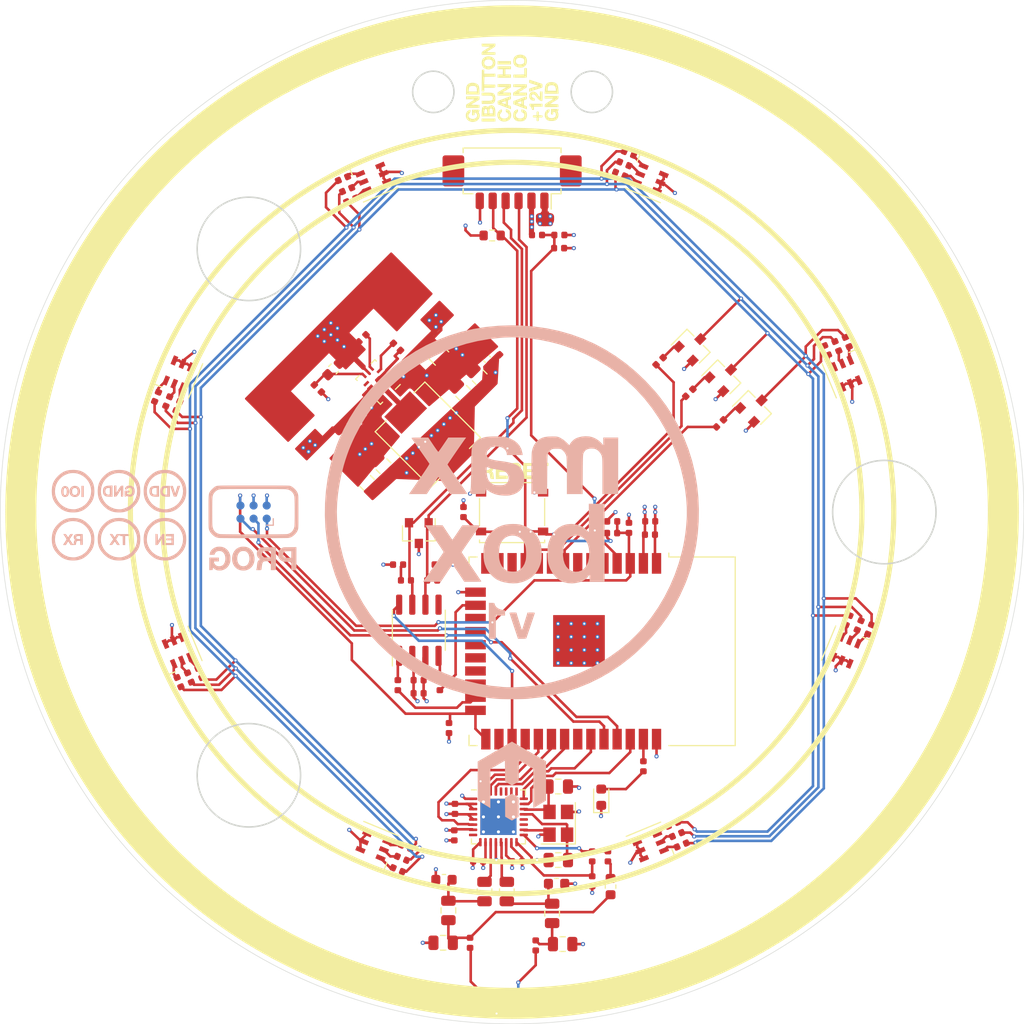
<source format=kicad_pcb>
(kicad_pcb (version 20211014) (generator pcbnew)
  (layers (0 "F.Cu" signal) (1 "In1.Cu" power) (2 "In2.Cu" power) (31 "B.Cu" signal) (34 "B.Paste" user) (35 "F.Paste" user) (36 "B.SilkS" user "B.Silkscreen") (37 "F.SilkS" user "F.Silkscreen") (38 "B.Mask" user) (39 "F.Mask" user) (44 "Edge.Cuts" user))
  (net 0 "")
  (net 1 "VCC")
  (net 2 "GND")
  (net 3 "Net-(C16-Pad2)")
  (net 4 "Net-(C17-Pad2)")
  (net 5 "Net-(C18-Pad1)")
  (net 6 "Net-(C20-Pad2)")
  (net 7 "Net-(C21-Pad1)")
  (net 8 "Net-(C22-Pad1)")
  (net 9 "Net-(C28-Pad2)")
  (net 10 "12V_ADC")
  (net 11 "Net-(D1-Pad2)")
  (net 12 "OBD2_VIN")
  (net 13 "CAN_H")
  (net 14 "CAN_L")
  (net 15 "GPIO1")
  (net 16 "Net-(L2-Pad1)")
  (net 17 "ESP32_EN")
  (net 18 "ESP32_PROG")
  (net 19 "LED_R")
  (net 20 "LED_G")
  (net 21 "LED_B")
  (net 22 "Net-(AE1-Pad1)")
  (net 23 "Net-(AE1-Pad2)")
  (net 24 "TXCAN")
  (net 25 "RXCAN")
  (net 26 "RXD")
  (net 27 "TXD")
  (net 28 "MFRC_NRSTPD")
  (net 29 "MFRC_IRQ")
  (net 30 "SPI_MOSI")
  (net 31 "SPI_MISO")
  (net 32 "SPI_SCLK")
  (net 33 "SPI_CS")
  (net 34 "CAN_SLEEP")
  (net 35 "Net-(D4-Pad1)")
  (net 36 "Net-(D5-Pad1)")
  (net 37 "Net-(D6-Pad1)")
  (net 38 "Net-(D7-Pad1)")
  (net 39 "Net-(D8-Pad1)")
  (net 40 "Net-(D9-Pad1)")
  (net 41 "Net-(C15-Pad1)")
  (net 42 "Net-(D10-Pad1)")
  (net 43 "Net-(D5-Pad2)")
  (net 44 "Net-(D5-Pad3)")
  (net 45 "Net-(D6-Pad2)")
  (net 46 "Net-(D6-Pad3)")
  (net 47 "Net-(D7-Pad2)")
  (net 48 "Net-(D7-Pad3)")
  (net 49 "Net-(D8-Pad2)")
  (net 50 "Net-(D8-Pad3)")
  (net 51 "Net-(D9-Pad2)")
  (net 52 "Net-(D9-Pad3)")
  (net 53 "Net-(Q1-Pad1)")
  (net 54 "Net-(Q2-Pad1)")
  (net 55 "Net-(Q3-Pad1)")
  (net 56 "LED_STATUS")
  (net 57 "LED_R_CONTROL")
  (net 58 "LED_G_CONTROL")
  (net 59 "LED_B_CONTROL")
  (net 60 "Net-(D10-Pad2)")
  (net 61 "Net-(D10-Pad3)")
  (net 62 "Net-(C5-Pad1)")
  (net 63 "Net-(C6-Pad2)")
  (net 64 "Net-(C6-Pad1)")
  (net 65 "Net-(C19-Pad1)")
  (net 66 "Net-(C21-Pad2)")
  (net 67 "Net-(C31-Pad2)")
  (net 68 "Net-(C32-Pad2)")
  (net 69 "Net-(D4-Pad3)")
  (net 70 "Net-(D4-Pad2)")
  (net 71 "Net-(L3-Pad1)")
  (net 72 "Net-(R13-Pad1)")
  (net 73 "Net-(R14-Pad1)")
  (net 74 "Net-(D11-Pad1)")
  (net 75 "Net-(D11-Pad2)")
  (net 76 "Net-(D11-Pad3)")
  (net 77 "Net-(R1-Pad1)")
  (footprint "Capacitor_SMD:C_0402_1005Metric" (layer "F.Cu") (at 13.335 2.182 180)
    (fp_text reference "C25" hide)
    (fp_text value "10u")
  )
  (footprint "Capacitor_SMD:C_0402_1005Metric" (layer "F.Cu") (at 13.358 0.889 180)
    (fp_text reference "C26" hide)
    (fp_text value "100n")
  )
  (footprint "Capacitor_SMD:C_0402_1005Metric" (layer "F.Cu") (at -5.588 31.265 90)
    (fp_text reference "C11" hide)
    (fp_text value "10u")
  )
  (footprint "Capacitor_SMD:C_0402_1005Metric" (layer "F.Cu") (at -3.279 33.782 180)
    (fp_text reference "C12" hide)
    (fp_text value "100n")
  )
  (footprint "Capacitor_SMD:C_0402_1005Metric" (layer "F.Cu") (at 0.485 33.782)
    (fp_text reference "C13" hide)
    (fp_text value "100n")
  )
  (footprint "Capacitor_SMD:C_0402_1005Metric" (layer "F.Cu") (at -5.5245 28.702 90)
    (fp_text reference "C14" hide)
    (fp_text value "100n")
  )
  (footprint "Capacitor_SMD:C_0402_1005Metric" (layer "F.Cu") (at -9.04 17.526)
    (fp_text reference "C29" hide)
    (fp_text value "10u")
  )
  (footprint "Capacitor_SMD:C_0402_1005Metric" (layer "F.Cu") (at -9.04 16.256)
    (fp_text reference "C30" hide)
    (fp_text value "100n")
  )
  (footprint "Capacitor_SMD:C_0402_1005Metric" (layer "F.Cu") (at -4.699 0 -90)
    (fp_text reference "C28" hide)
    (fp_text value "10p")
  )
  (footprint "Capacitor_SMD:C_0805_2012Metric" (layer "F.Cu") (at 4.4695 33.655 180)
    (fp_text reference "C15" hide)
    (fp_text value "12p")
  )
  (footprint "Capacitor_SMD:C_0805_2012Metric" (layer "F.Cu") (at 4.4695 26.543 180)
    (fp_text reference "C16" hide)
    (fp_text value "12p")
  )
  (footprint "Capacitor_SMD:C_0603_1608Metric" (layer "F.Cu") (at -6.589 35.56)
    (fp_text reference "C17" hide)
    (fp_text value "122pF")
  )
  (footprint "Capacitor_SMD:C_0603_1608Metric" (layer "F.Cu") (at 4.303 35.941)
    (fp_text reference "C18" hide)
    (fp_text value "122pF")
  )
  (footprint "Capacitor_SMD:C_0805_2012Metric" (layer "F.Cu") (at -6.1595 38.5295 90)
    (fp_text reference "C19" hide)
    (fp_text value "41.8pF")
  )
  (footprint "Capacitor_SMD:C_0402_1005Metric" (layer "F.Cu") (at 7.747 35.71 90)
    (fp_text reference "C20" hide)
    (fp_text value "100n")
  )
  (footprint "Capacitor_SMD:C_0402_1005Metric" (layer "F.Cu") (at 9.271 33.297 90)
    (fp_text reference "C21" hide)
    (fp_text value "1n")
  )
  (footprint "Capacitor_SMD:C_0805_2012Metric" (layer "F.Cu") (at 3.8735 38.8135 90)
    (fp_text reference "C22" hide)
    (fp_text value "41.8pF")
  )
  (footprint "Capacitor_SMD:C_0805_2012Metric" (layer "F.Cu") (at -6.6675 41.656)
    (fp_text reference "C23" hide)
    (fp_text value "82.8pF")
  )
  (footprint "LED_SMD:LED_0603_1608Metric" (layer "F.Cu") (at 8.624 27.576 90)
    (fp_text reference "D1" hide)
    (fp_text value "STATUS")
  )
  (footprint "Resistor_SMD:R_0402_1005Metric" (layer "F.Cu") (at -6.1 20.885 -90)
    (fp_text reference "R7" hide)
    (fp_text value "12K")
  )
  (footprint "Resistor_SMD:R_0402_1005Metric" (layer "F.Cu") (at 7.747 33.297 90)
    (fp_text reference "R3" hide)
    (fp_text value "1k")
  )
  (footprint "Resistor_SMD:R_0402_1005Metric" (layer "F.Cu") (at -11.049 16.741 -90)
    (fp_text reference "R13" hide)
    (fp_text value "470R")
  )
  (footprint "Resistor_SMD:R_0402_1005Metric" (layer "F.Cu") (at -6.985 16.741 -90)
    (fp_text reference "R14" hide)
    (fp_text value "470R")
  )
  (footprint "Package_DFN_QFN:VQFN-32-1EP_5x5mm_P0.5mm_EP3.5x3.5mm_ThermalVias" (layer "F.Cu") (at -1.3195 29.478)
    (fp_text reference "U2" hide)
    (fp_text value "MFRC522")
  )
  (footprint "Package_SO:SOIC-8_3.9x4.9mm_P1.27mm" (layer "F.Cu") (at -9.017 11.43 90)
    (fp_text reference "U4" hide)
    (fp_text value "SN65HVD230")
  )
  (footprint "Crystal:Crystal_SMD_3225-4Pin_3.2x2.5mm" (layer "F.Cu") (at 4.4695 30.099 90)
    (fp_text reference "Y1" hide)
    (fp_text value "27.12MHz")
  )
  (footprint "Inductor_SMD:L_0805_2012Metric" (layer "F.Cu") (at -2.667 36.7 -90)
    (fp_text reference "L3" hide)
    (fp_text value "470nH")
  )
  (footprint "Inductor_SMD:L_0805_2012Metric" (layer "F.Cu") (at -0.508 36.7 -90)
    (fp_text reference "L2" hide)
    (fp_text value "470nH")
  )
  (footprint "Resistor_SMD:R_0402_1005Metric" (layer "F.Cu") (at -7.724 6.604 180)
    (fp_text reference "R15" hide)
    (fp_text value "100R")
  )
  (footprint "Resistor_SMD:R_0402_1005Metric" (layer "F.Cu") (at -10.264 6.604)
    (fp_text reference "R16" hide)
    (fp_text value "100R")
  )
  (footprint "Capacitor_SMD:C_0402_1005Metric" (layer "F.Cu") (at -11.026 5.08)
    (fp_text reference "C32" hide)
    (fp_text value "560p")
  )
  (footprint "Capacitor_SMD:C_0402_1005Metric" (layer "F.Cu") (at -7.008 5.08 180)
    (fp_text reference "C31" hide)
    (fp_text value "560p")
  )
  (footprint "Resistor_SMD:R_0402_1005Metric" (layer "F.Cu") (at 9.675 2.032 180)
    (fp_text reference "R10" hide)
    (fp_text value "220R")
  )
  (footprint "Resistor_SMD:R_0603_1608Metric" (layer "F.Cu") (at 9.525 36.2205 90)
    (fp_text reference "R4" hide)
    (fp_text value "2.7k")
  )
  (footprint "Resistor_SMD:R_0402_1005Metric" (layer "F.Cu") (at 11.303 1.524 90)
    (fp_text reference "R9" hide)
    (fp_text value "12K")
  )
  (footprint "Capacitor_SMD:C_0805_2012Metric" (layer "F.Cu") (at 4.8895 41.783)
    (fp_text reference "C24" hide)
    (fp_text value "82.8pF")
  )
  (footprint "maxlibrary:XKB_TS-1187A-B-A-B" (layer "F.Cu") (at 0 0 180)
    (fp_text reference "SW1" hide)
    (fp_text value "RESET")
  )
  (footprint "Capacitor_SMD:C_0402_1005Metric" (layer "F.Cu") (at 4.549 -25.527)
    (fp_text reference "C27" hide)
    (fp_text value "100n")
  )
  (footprint "Capacitor_SMD:C_0402_1005Metric" (layer "F.Cu") (at -14.72869 -9.334981 -45)
    (fp_text reference "C3" hide)
    (fp_text value "100n 50V")
  )
  (footprint "Capacitor_SMD:C_0402_1005Metric" (layer "F.Cu") (at -9.552669 -14.396452 -45)
    (fp_text reference "C4" hide)
    (fp_text value "100n 50V")
  )
  (footprint "Capacitor_SMD:C_0805_2012Metric" (layer "F.Cu") (at -12.428249 -4.428249 135)
    (fp_text reference "C9" hide)
    (fp_text value "22u")
  )
  (footprint "Capacitor_SMD:C_0402_1005Metric" (layer "F.Cu") (at -1.557053 -15.557053 135)
    (fp_text reference "C10" hide)
    (fp_text value "100n")
  )
  (footprint "maxlibrary:LED_FM-Z2727RGBA-SH" (layer "F.Cu") (at -13.39392 -32.335784 22.5)
    (fp_text reference "D4" hide)
    (fp_text value "RGBLED")
  )
  (footprint "maxlibrary:LED_FM-Z2727RGBA-SH" (layer "F.Cu") (at 13.367544 -32.272105 -22.5)
    (fp_text reference "D5" hide)
    (fp_text value "RGBLED")
  )
  (footprint "maxlibrary:LED_FM-Z2727RGBA-SH" (layer "F.Cu") (at 32.335784 -13.39392 -67.5)
    (fp_text reference "D6" hide)
    (fp_text value "RGBLED")
  )
  (footprint "maxlibrary:LED_FM-Z2727RGBA-SH" (layer "F.Cu") (at 32.272105 13.367544 -112.5)
    (fp_text reference "D7" hide)
    (fp_text value "RGBLED")
  )
  (footprint "maxlibrary:LED_FM-Z2727RGBA-SH" (layer "F.Cu") (at 13.39392 32.335784 -157.5)
    (fp_text reference "D8" hide)
    (fp_text value "RGBLED")
  )
  (footprint "maxlibrary:LED_FM-Z2727RGBA-SH" (layer "F.Cu") (at -13.367544 32.272105 157.5)
    (fp_text reference "D9" hide)
    (fp_text value "RGBLED")
  )
  (footprint "maxlibrary:LED_FM-Z2727RGBA-SH" (layer "F.Cu") (at -32.335784 13.39392 112.5)
    (fp_text reference "D10" hide)
    (fp_text value "RGBLED")
  )
  (footprint "maxlibrary:LED_FM-Z2727RGBA-SH" (layer "F.Cu") (at -32.272105 -13.367544 67.5)
    (fp_text reference "D11" hide)
    (fp_text value "RGBLED")
  )
  (footprint "Package_TO_SOT_SMD:SOT-23" (layer "F.Cu") (at -9.017 2.032 -90)
    (fp_text reference "D3" hide)
    (fp_text value "NUP2105L")
  )
  (footprint "Connector_Molex:Molex_PicoBlade_53261-0671_1x06-1MP_P1.25mm_Horizontal" (layer "F.Cu") (at 0 -32.5 180)
    (fp_text reference "J2" hide)
    (fp_text value "PICOBLADE")
  )
  (footprint "maxlibrary:L_Cenker_CKST0603" (layer "F.Cu") (at -8.151002 -7.491002 -45)
    (fp_text reference "L1" hide)
    (fp_text value "6.8uH")
  )
  (footprint "Package_TO_SOT_SMD:SOT-23" (layer "F.Cu") (at 20.462824 -13.065771 45)
    (fp_text reference "Q1" hide)
    (fp_text value "AO3400A")
  )
  (footprint "Package_TO_SOT_SMD:SOT-23" (layer "F.Cu") (at 17.49934 -16.029256 45)
    (fp_text reference "Q2" hide)
    (fp_text value "AO3400A")
  )
  (footprint "Package_TO_SOT_SMD:SOT-23" (layer "F.Cu") (at 23.426309 -10.102287 45)
    (fp_text reference "Q3" hide)
    (fp_text value "AO3400A")
  )
  (footprint "Resistor_SMD:R_0402_1005Metric" (layer "F.Cu") (at 2.413 -26.797 180)
    (fp_text reference "R11" hide)
    (fp_text value "470K")
  )
  (footprint "Resistor_SMD:R_0402_1005Metric" (layer "F.Cu") (at 4.572 -26.797 180)
    (fp_text reference "R12" hide)
    (fp_text value "100K")
  )
  (footprint "Resistor_SMD:R_0402_1005Metric" (layer "F.Cu") (at 17.14013 -11.539128 -135)
    (fp_text reference "R18" hide)
    (fp_text value "220R")
  )
  (footprint "Resistor_SMD:R_0402_1005Metric" (layer "F.Cu") (at 14.266448 -14.592415 -135)
    (fp_text reference "R19" hide)
    (fp_text value "220R")
  )
  (footprint "Resistor_SMD:R_0402_1005Metric" (layer "F.Cu") (at 20.103614 -8.575643 -135)
    (fp_text reference "R20" hide)
    (fp_text value "220R")
  )
  (footprint "Resistor_SMD:R_0402_1005Metric" (layer "F.Cu") (at -15.551918 -30.185601 22.5)
    (fp_text reference "R21" hide)
    (fp_text value "75R")
  )
  (footprint "Resistor_SMD:R_0402_1005Metric" (layer "F.Cu") (at 10.451918 -32.685601 -22.5)
    (fp_text reference "R24" hide)
    (fp_text value "75R")
  )
  (footprint "Resistor_SMD:R_0402_1005Metric" (layer "F.Cu") (at -15.955754 -31.185601 22.5)
    (fp_text reference "R22" hide)
    (fp_text value "33R")
  )
  (footprint "Resistor_SMD:R_0402_1005Metric" (layer "F.Cu") (at 10.851918 -33.685601 -22.5)
    (fp_text reference "R25" hide)
    (fp_text value "33R")
  )
  (footprint "Resistor_SMD:R_0402_1005Metric" (layer "F.Cu") (at -16.355754 -32.256803 22.5)
    (fp_text reference "R23" hide)
    (fp_text value "33R")
  )
  (footprint "Resistor_SMD:R_0402_1005Metric" (layer "F.Cu") (at 11.3 -34.7 -22.5)
    (fp_text reference "R26" hide)
    (fp_text value "33R")
  )
  (footprint "Resistor_SMD:R_0402_1005Metric" (layer "F.Cu") (at 30.414399 -15.648082 -67.5)
    (fp_text reference "R27" hide)
    (fp_text value "75R")
  )
  (footprint "Resistor_SMD:R_0402_1005Metric" (layer "F.Cu") (at 32.485601 10.451918 -112.5)
    (fp_text reference "R30" hide)
    (fp_text value "75R")
  )
  (footprint "Resistor_SMD:R_0402_1005Metric" (layer "F.Cu") (at 31.414399 -16.048082 -67.5)
    (fp_text reference "R28" hide)
    (fp_text value "33R")
  )
  (footprint "Resistor_SMD:R_0402_1005Metric" (layer "F.Cu") (at 33.564399 10.948082 -112.5)
    (fp_text reference "R31" hide)
    (fp_text value "33R")
  )
  (footprint "Resistor_SMD:R_0402_1005Metric" (layer "F.Cu") (at 32.414399 -16.448082 -67.5)
    (fp_text reference "R29" hide)
    (fp_text value "33R")
  )
  (footprint "Resistor_SMD:R_0402_1005Metric" (layer "F.Cu") (at 34.585601 11.351918 -112.5)
    (fp_text reference "R32" hide)
    (fp_text value "33R")
  )
  (footprint "Resistor_SMD:R_0402_1005Metric" (layer "F.Cu") (at -18.786069 -11.955519 -45)
    (fp_text reference "R1" hide)
    (fp_text value "100k 1%")
  )
  (footprint "Resistor_SMD:R_0603_1608Metric" (layer "F.Cu") (at -17.259426 -13.841373 -135)
    (fp_text reference "R2" hide)
    (fp_text value "43.2k 1%")
  )
  (footprint "Resistor_SMD:R_0402_1005Metric" (layer "F.Cu") (at 15.551918 30.185601 -157.5)
    (fp_text reference "R33" hide)
    (fp_text value "75R")
  )
  (footprint "Resistor_SMD:R_0402_1005Metric" (layer "F.Cu") (at -10.251918 32.385601 157.5)
    (fp_text reference "R36" hide)
    (fp_text value "75R")
  )
  (footprint "Resistor_SMD:R_0402_1005Metric" (layer "F.Cu") (at 15.951918 31.185601 -157.5)
    (fp_text reference "R34" hide)
    (fp_text value "33R")
  )
  (footprint "Resistor_SMD:R_0402_1005Metric" (layer "F.Cu") (at -10.651918 33.485601 157.5)
    (fp_text reference "R37" hide)
    (fp_text value "33R")
  )
  (footprint "Resistor_SMD:R_0402_1005Metric" (layer "F.Cu") (at 16.4 32.2 -157.5)
    (fp_text reference "R35" hide)
    (fp_text value "33R")
  )
  (footprint "Resistor_SMD:R_0402_1005Metric" (layer "F.Cu") (at -30.185601 15.551918 112.5)
    (fp_text reference "R39" hide)
    (fp_text value "75R")
  )
  (footprint "Resistor_SMD:R_0402_1005Metric" (layer "F.Cu") (at -32.314399 -10.248082 67.5)
    (fp_text reference "R42" hide)
    (fp_text value "75R")
  )
  (footprint "Resistor_SMD:R_0402_1005Metric" (layer "F.Cu") (at -31.2 16 112.5)
    (fp_text reference "R40" hide)
    (fp_text value "33R")
  )
  (footprint "Resistor_SMD:R_0402_1005Metric" (layer "F.Cu") (at -33.3 -10.7 67.5)
    (fp_text reference "R43" hide)
    (fp_text value "33R")
  )
  (footprint "Resistor_SMD:R_0402_1005Metric" (layer "F.Cu") (at -32.214399 16.448082 112.5)
    (fp_text reference "R41" hide)
    (fp_text value "33R")
  )
  (footprint "Resistor_SMD:R_0402_1005Metric" (layer "F.Cu") (at -34.385601 -11.151918 67.5)
    (fp_text reference "R44" hide)
    (fp_text value "33R")
  )
  (footprint "maxlibrary:RNX0012B_VQFN-HR" (layer "F.Cu") (at -12.982136 -12.580601 -135)
    (fp_text reference "U1" hide)
    (fp_text value "LMR33630ARNXT")
  )
  (footprint "Resistor_SMD:R_0603_1608Metric" (layer "F.Cu") (at -1.925 -26.75 180)
    (fp_text reference "R17" hide)
    (fp_text value "2.7k")
  )
  (footprint "Resistor_SMD:R_0402_1005Metric" (layer "F.Cu") (at -11.051918 34.585601 157.5)
    (fp_text reference "R38" hide)
    (fp_text value "33R")
  )
  (footprint "Resistor_SMD:R_0402_1005Metric" (layer "F.Cu") (at 2.286 41.91 90)
    (fp_text reference "R6" hide)
    (fp_text value "3.24R")
  )
  (footprint "Resistor_SMD:R_0402_1005Metric" (layer "F.Cu") (at -4.064 41.656 90)
    (fp_text reference "R5" hide)
    (fp_text value "3.24R")
  )
  (footprint "Capacitor_SMD:C_0805_2012Metric" (layer "F.Cu") (at -15.946682 -7.499686 -45)
    (fp_text reference "C1" hide)
    (fp_text value "10u 50V")
  )
  (footprint "Capacitor_SMD:C_1206_3216Metric" (layer "F.Cu") (at -7.199417 -15.276092 -45)
    (fp_text reference "C2" hide)
    (fp_text value "4.7u 50V")
  )
  (footprint "Capacitor_SMD:C_0402_1005Metric" (layer "F.Cu") (at -14.475546 -16.804857 -135)
    (fp_text reference "C5" hide)
    (fp_text value "1u")
  )
  (footprint "Capacitor_SMD:C_0402_1005Metric" (layer "F.Cu") (at -11.136588 -15.980371 -45)
    (fp_text reference "C6" hide)
    (fp_text value "100n")
  )
  (footprint "Capacitor_SMD:C_0402_1005Metric" (layer "F.Cu") (at 9.685 0.9 180)
    (fp_text reference "C7" hide)
    (fp_text value "1u")
  )
  (footprint "Capacitor_SMD:C_0805_2012Metric" (layer "F.Cu") (at -14.028249 -2.828249 135)
    (fp_text reference "C8" hide)
    (fp_text value "22u")
  )
  (footprint "RF_Module:ESP32-WROOM-32" (layer "F.Cu") (at 5.715 13.462 -90)
    (fp_text reference "U3" hide)
    (fp_text value "ESP32-WROOM-32E-N4")
  )
  (footprint "Resistor_SMD:R_0402_1005Metric" (layer "F.Cu") (at 12.7 24.585 -90)
    (fp_text reference "R8" hide)
    (fp_text value "220R")
  )
  (footprint "maxlibrary:maxbox_picoblade" (layer "F.Cu") (at 0 -41.5 90)
    (fp_text reference "G***" hide)
    (fp_text value "LOGO" hide)
  )
  (footprint "Capacitor_SMD:C_0402_1005Metric" (layer "F.Cu") (at -2.4 -14.8 135)
    (fp_text reference "C35" hide)
    (fp_text value "100n")
  )
  (footprint "maxlibrary:reset_text" (layer "F.Cu") (at 0.25 -4)
    (fp_text reference "G***" hide)
    (fp_text value "LOGO" hide)
  )
  (footprint "Capacitor_SMD:C_0805_2012Metric" (layer "F.Cu") (at -3.128249 -13.028249 135)
    (fp_text reference "C34" hide)
    (fp_text value "22u")
  )
  (footprint "maxlibrary:95mm-3turn-antenna" (layer "F.Cu") (at 0 0 180)
    (fp_text reference "AE1" hide)
    (fp_text value "Antenna_Loop")
  )
  (footprint "Capacitor_SMD:C_0805_2012Metric" (layer "F.Cu") (at -4.728249 -11.528249 135)
    (fp_text reference "C33" hide)
    (fp_text value "22u")
  )
  (footprint "Connector:Tag-Connect_TC2030-IDC-NL_2x03_P1.27mm_Vertical" (layer "B.Cu") (at -25 0 180)
    (fp_text reference "J1" hide)
    (fp_text value "TC2030-IDC-NL_ESP")
  )
  (footprint "maxlibrary:maxlogo" (layer "B.Cu") (at 0 26 180)
    (fp_text reference "G***" hide)
    (fp_text value "LOGO" hide)
  )
  (footprint "maxlibrary:maxbox_logo" (layer "B.Cu") (at 0.000005 0 180)
    (fp_text reference "G***" hide)
    (fp_text value "LOGO" hide)
  )
  (footprint "maxlibrary:tagconnect_header" (layer "B.Cu") (at -25 1.6 180)
    (fp_text reference "G***" hide)
    (fp_text value "LOGO" hide)
  )
  (footprint "maxlibrary:prog header pinout" (layer "B.Cu") (at -38 0.3 180)
    (fp_text reference "G***" hide)
    (fp_text value "LOGO" hide)
  )
  (gr_circle (center 0 0) (end 36.914205 0) (layer "F.SilkS") (width 0.5) (fill none))
  (gr_circle (center 0 0) (end 33.834478 0) (layer "F.SilkS") (width 0.5) (fill none))
  (gr_circle (center 0 0) (end 47.51243 0) (layer "F.SilkS") (width 3) (fill none))
  (gr_circle (center 0 0) (end 45.732037 -18.94283) (layer "Edge.Cuts") (width 0.05) (fill none))
  (gr_circle (center -25.455 25.455) (end -20.455 25.455) (layer "Edge.Cuts") (width 0.15) (fill none))
  (gr_circle (center -25.455 -25.455) (end -20.455 -25.455) (layer "Edge.Cuts") (width 0.15) (fill none))
  (gr_circle (center -7.62 -40.64) (end -5.62 -40.64) (layer "Edge.Cuts") (width 0.15) (fill none))
  (gr_circle (center 7.715 -40.64) (end 9.715 -40.64) (layer "Edge.Cuts") (width 0.15) (fill none))
  (gr_circle (center 36 0) (end 41 0) (layer "Edge.Cuts") (width 0.15) (fill none))
  (segment (start 14.337618 -31.870287) (end 14.337618 -31.410271) (width 0.25) (layer "F.Cu") (net 1))
  (segment (start -3.956498 -10.856498) (end -2.456498 -12.356498) (width 0.5) (layer "F.Cu") (net 1))
  (segment (start -32.737602 12.423846) (end -32.412322 12.098566) (width 0.25) (layer "F.Cu") (net 1))
  (segment (start -12.423846 -32.277584) (end -12.098566 -31.952304) (width 0.25) (layer "F.Cu") (net 1))
  (segment (start 0.97 34.371) (end 1.016 34.417) (width 0.25) (layer "F.Cu") (net 1))
  (segment (start 31.870287 14.337618) (end 32.330305 14.337618) (width 0.25) (layer "F.Cu") (net 1))
  (segment (start 12.873 0.173) (end 12.873 0.889) (width 0.25) (layer "F.Cu") (net 1))
  (segment (start 0.97 33.415522) (end 0.97 33.782) (width 0.25) (layer "F.Cu") (net 1))
  (segment (start 12.7 4.962) (end 12.7 2.332) (width 0.25) (layer "F.Cu") (net 1))
  (segment (start -4.411 28.228) (end -5.5135 28.228) (width 0.25) (layer "F.Cu") (net 1))
  (segment (start -13.356498 -2.156498) (end -11.756498 -3.756498) (width 0.5) (layer "F.Cu") (net 1))
  (segment (start 0.97 33.782) (end 0.97 34.371) (width 0.25) (layer "F.Cu") (net 1))
  (segment (start -1.5695 33.6095) (end -1.524 33.655) (width 0.25) (layer "F.Cu") (net 1))
  (segment (start 12.031198 32.900242) (end 11.43 33.909) (width 0.25) (layer "F.Cu") (net 1))
  (segment (start -8.555 17.526) (end -8.555 17.988) (width 0.25) (layer "F.Cu") (net 1))
  (segment (start -4 -26.75) (end -2.75 -26.75) (width 0.25) (layer "F.Cu") (net 1))
  (segment (start -3.764 33.782) (end -3.764 34.371) (width 0.25) (layer "F.Cu") (net 1))
  (segment (start -5.5245 28.217) (end -6.327 28.217) (width 0.25) (layer "F.Cu") (net 1))
  (segment (start 12.423846 32.737602) (end 12.423846 33.197618) (width 0.25) (layer "F.Cu") (net 1))
  (segment (start -3.7695 28.728) (end -4.2695 28.228) (width 0.25) (layer "F.Cu") (net 1))
  (segment (start -6.304 30.78) (end -6.35 30.734) (width 0.25) (layer "F.Cu") (net 1))
  (segment (start -2.456498 -12.356498) (end -2.456498 -14.06468) (width 0.5) (layer "F.Cu") (net 1))
  (segment (start -3.85399 30.67801) (end -5.48601 30.67801) (width 0.25) (layer "F.Cu") (net 1))
  (segment (start -12.749127 -33.522899) (end -12.749127 -33.062883) (width 0.25) (layer "F.Cu") (net 1))
  (segment (start 31.3 14.907905) (end 31.870287 14.337618) (width 0.25) (layer "F.Cu") (net 1))
  (segment (start -14.662898 31.735551) (end -14.012337 31.08499) (width 0.25) (layer "F.Cu") (net 1))
  (segment (start 12.85 2.182) (end 12.85 0.912) (width 0.25) (layer "F.Cu") (net 1))
  (segment (start 31.3 15.3) (end 31.3 14.907905) (width 0.25) (layer "F.Cu") (net 1))
  (segment (start -1.5695 31.928) (end -1.5695 33.6095) (width 0.25) (layer "F.Cu") (net 1))
  (segment (start 32.737602 -12.423846) (end 32.277584 -12.423846) (width 0.25) (layer "F.Cu") (net 1))
  (segment (start -3.0695 27.028) (end -3.0695 26.0565) (width 0.25) (layer "F.Cu") (net 1))
  (segment (start -6.327 28.217) (end -6.35 28.194) (width 0.25) (layer "F.Cu") (net 1))
  (segment (start -2.060589 -14.460589) (end -1.967623 -14.460589) (width 0.5) (layer "F.Cu") (net 1))
  (segment (start -14.730266 31.707647) (end -15.748 30.734) (width 0.25) (layer "F.Cu") (net 1))
  (segment (start -31.08499 -14.012337) (end -31.410271 -14.337618) (width 0.25) (layer "F.Cu") (net 1))
  (segment (start 12.098566 31.952304) (end 12.098566 32.412322) (width 0.25) (layer "F.Cu") (net 1))
  (segment (start -6.1 22.2) (end -6.1 21.37) (width 0.25) (layer "F.Cu") (net 1))
  (segment (start 33.522899 -12.749127) (end 33.062883 -12.749127) (width 0.25) (layer "F.Cu") (net 1))
  (segment (start 12.827 0) (end 12.827 -0.508) (width 0.25) (layer "F.Cu") (net 1))
  (segment (start 14.337618 -31.410271) (end 14.012337 -31.08499) (width 0.25) (layer "F.Cu") (net 1))
  (segment (start -0.0695 32.376022) (end 0.97 33.415522) (width 0.25) (layer "F.Cu") (net 1))
  (segment (start -32.195567 -14.662898) (end -31.870287 -14.337618) (width 0.25) (layer "F.Cu") (net 1))
  (segment (start -4.5 -27.7) (end -4.5 -27.25) (width 0.25) (layer "F.Cu") (net 1))
  (segment (start -32.900242 12.12647) (end -32.900242 12.031198) (width 0.25) (layer "F.Cu") (net 1))
  (segment (start -18.443122 -11.612572) (end -17.78 -10.94945) (width 0.25) (layer "F.Cu") (net 1))
  (segment (start 31.545006 14.012337) (end 31.870287 14.337618) (width 0.25) (layer "F.Cu") (net 1))
  (segment (start -32.737602 12.423846) (end -33.197618 12.423846) (width 0.25) (layer "F.Cu") (net 1))
  (segment (start 33.062883 -12.749127) (end 32.737602 -12.423846) (width 0.25) (layer "F.Cu") (net 1))
  (segment (start -6.012004 -5.352004) (end -4.056498 -7.30751) (width 0.5) (layer "F.Cu") (net 1))
  (segment (start -32.655585 -14.662898) (end -32.195567 -14.662898) (width 0.25) (layer "F.Cu") (net 1))
  (segment (start -12.031198 -32.900242) (end -10.770242 -32.900242) (width 0.25) (layer "F.Cu") (net 1))
  (segment (start 32.900242 -12.031198) (end 32.893 -10.668) (width 0.25) (layer "F.Cu") (net 1))
  (segment (start 11.303 1.039) (end 11.303 0.254) (width 0.25) (layer "F.Cu") (net 1))
  (segment (start -7.60751 -3.756498) (end -6.012004 -5.352004) (width 0.5) (layer "F.Cu") (net 1))
  (segment (start -3.0695 26.0565) (end -3.048 26.035) (width 0.25) (layer "F.Cu") (net 1))
  (segment (start -4.2695 28.228) (end -4.411 28.228) (width 0.25) (layer "F.Cu") (net 1))
  (segment (start -31.707647 -14.730266) (end -30.734 -15.494) (width 0.25) (layer "F.Cu") (net 1))
  (segment (start -1.967623 -14.460589) (end -1.214106 -15.214106) (width 0.5) (layer "F.Cu") (net 1))
  (segment (start -32.900242 12.031198) (end -32.893 10.922) (width 0.25) (layer "F.Cu") (net 1))
  (segment (start -8.555 17.526) (end -8.555 14.078) (width 0.25) (layer "F.Cu") (net 1))
  (segment (start -4.5 -27.25) (end -4 -26.75) (width 0.25) (layer "F.Cu") (net 1))
  (segment (start -12.423846 -32.737602) (end -12.423846 -32.277584) (width 0.25) (layer "F.Cu") (net 1))
  (segment (start -17.78 -10.94945) (end -17.78 -10.922) (width 0.25) (layer "F.Cu") (net 1))
  (segment (start -10.770242 -32.900242) (end -10.66 -32.79) (width 0.25) (layer "F.Cu") (net 1))
  (segment (start -31.410271 -14.337618) (end -31.870287 -14.337618) (width 0.25) (layer "F.Cu") (net 1))
  (segment (start 12.098566 32.412322) (end 12.423846 32.737602) (width 0.25) (layer "F.Cu") (net 1))
  (segment (start -4.056498 -7.30751) (end -4.056498 -10.856498) (width 0.5) (layer "F.Cu") (net 1))
  (segment (start -11.756498 -3.756498) (end -7.60751 -3.756498) (width 0.5) (layer "F.Cu") (net 1))
  (segment (start 14.662898 -32.195567) (end 14.337618 -31.870287) (width 0.25) (layer "F.Cu") (net 1))
  (segment (start -3.764 32.6225) (end -3.764 33.782) (width 0.25) (layer "F.Cu") (net 1))
  (segment (start -32.412322 12.098566) (end -31.952304 12.098566) (width 0.25) (layer "F.Cu") (net 1))
  (segment (start 14.662898 -32.655585) (end 14.662898 -32.195567) (width 0.25) (layer "F.Cu") (net 1))
  (segment (start -8.555 17.988) (end -8.255 18.288) (width 0.25) (layer "F.Cu") (net 1))
  (segment (start -12.749127 -33.062883) (end -12.423846 -32.737602) (width 0.25) (layer "F.Cu") (net 1))
  (segment (start -3.764 34.371) (end -3.81 34.417) (width 0.25) (layer "F.Cu") (net 1))
  (segment (start 32.277584 -12.423846) (end 31.952304 -12.098566) (width 0.25) (layer "F.Cu") (net 1))
  (segment (start -3.0695 31.928) (end -3.764 32.6225) (width 0.25) (layer "F.Cu") (net 1))
  (segment (start -0.0695 31.928) (end -0.0695 32.376022) (width 0.25) (layer "F.Cu") (net 1))
  (segment (start -3.7695 28.228) (end -4.411 28.228) (width 0.25) (layer "F.Cu") (net 1))
  (segment (start -2.456498 -14.06468) (end -2.060589 -14.460589) (width 0.5) (layer "F.Cu") (net 1))
  (segment (start -5.588 30.78) (end -6.304 30.78) (width 0.25) (layer "F.Cu") (net 1))
  (segment (start 32.330305 14.337618) (end 32.655585 14.662898) (width 0.25) (layer "F.Cu") (net 1))
  (segment (start 12.827 0) (end 12.873 0.173) (width 0.25) (layer "F.Cu") (net 1))
  (segment (start -3.804 30.728) (end -3.85399 30.67801) (width 0.25) (layer "F.Cu") (net 1))
  (segment (start -14.662898 32.655585) (end -14.662898 31.735551) (width 0.25) (layer "F.Cu") (net 1))
  (segment (start 12.423846 33.197618) (end 12.749127 33.522899) (width 0.25) (layer "F.Cu") (net 1))
  (segment (start 14.730266 -31.707647) (end 15.748 -30.861) (width 0.25) (layer "F.Cu") (net 1))
  (segment (start 31.08499 14.012337) (end 31.545006 14.012337) (width 0.25) (layer "F.Cu") (net 1))
  (segment (start -33.197618 12.423846) (end -33.522899 12.749127) (width 0.25) (layer "F.Cu") (net 1))
  (via (at -7.2 -7.9) (size 0.4) (drill 0.2) (layers "F.Cu" "B.Cu") (net 1))
  (via (at -1.524 33.655) (size 0.4) (drill 0.2) (layers "F.Cu" "B.Cu") (net 1))
  (via (at -10.2 -5.2) (size 0.4) (drill 0.2) (layers "F.Cu" "B.Cu") (net 1))
  (via (at 1.016 34.417) (size 0.4) (drill 0.2) (layers "F.Cu" "B.Cu") (net 1))
  (via (at -6 -9.1) (size 0.4) (drill 0.2) (layers "F.Cu" "B.Cu") (net 1))
  (via (at -17.78 -10.922) (size 0.4) (drill 0.2) (layers "F.Cu" "B.Cu") (net 1))
  (via (at -8.4 -6.8) (size 0.4) (drill 0.2) (layers "F.Cu" "B.Cu") (net 1))
  (via (at -6.6 -8.5) (size 0.4) (drill 0.2) (layers "F.Cu" "B.Cu") (net 1))
  (via (at -9 -6.3) (size 0.4) (drill 0.2) (layers "F.Cu" "B.Cu") (net 1))
  (via (at 15.748 -30.861) (size 0.4) (drill 0.2) (layers "F.Cu" "B.Cu") (net 1))
  (via (at -15.748 30.734) (size 0.4) (drill 0.2) (layers "F.Cu" "B.Cu") (net 1))
  (via (at -6.35 28.194) (size 0.4) (drill 0.2) (layers "F.Cu" "B.Cu") (net 1))
  (via (at 11.303 0.254) (size 0.4) (drill 0.2) (layers "F.Cu" "B.Cu") (net 1))
  (via (at -9.6 -5.7) (size 0.4) (drill 0.2) (layers "F.Cu" "B.Cu") (net 1))
  (via (at -3.81 34.417) (size 0.4) (drill 0.2) (layers "F.Cu" "B.Cu") (net 1))
  (via (at -10.2 -3.8) (size 0.4) (drill 0.2) (layers "F.Cu" "B.Cu") (net 1))
  (via (at -1.6 -13.5) (size 0.4) (drill 0.2) (layers "F.Cu" "B.Cu") (net 1))
  (via (at 12.827 0) (size 0.4) (drill 0.2) (layers "F.Cu" "B.Cu") (net 1))
  (via (at -4.5 -27.7) (size 0.4) (drill 0.2) (layers "F.Cu" "B.Cu") (net 1))
  (via (at 11.43 33.909) (size 0.4) (drill 0.2) (layers "F.Cu" "B.Cu") (net 1))
  (via (at 12.827 -0.508) (size 0.4) (drill 0.2) (layers "F.Cu" "B.Cu") (net 1))
  (via (at -7.8 -7.4) (size 0.4) (drill 0.2) (layers "F.Cu" "B.Cu") (net 1))
  (via (at -23.7 -1.6) (size 0.4) (drill 0.2) (layers "F.Cu" "B.Cu") (net 1))
  (via (at -3.048 26.035) (size 0.4) (drill 0.2) (layers "F.Cu" "B.Cu") (net 1))
  (via (at -6.1 22.2) (size 0.4) (drill 0.2) (layers "F.Cu" "B.Cu") (net 1))
  (via (at -10.66 -32.79) (size 0.4) (drill 0.2) (layers "F.Cu" "B.Cu") (net 1))
  (via (at 31.3 15.3) (size 0.4) (drill 0.2) (layers "F.Cu" "B.Cu") (net 1))
  (via (at -6.35 30.734) (size 0.4) (drill 0.2) (layers "F.Cu" "B.Cu") (net 1))
  (via (at 32.893 -10.668) (size 0.4) (drill 0.2) (layers "F.Cu" "B.Cu") (net 1))
  (via (at -32.893 10.922) (size 0.4) (drill 0.2) (layers "F.Cu" "B.Cu") (net 1))
  (via (at -30.734 -15.494) (size 0.4) (drill 0.2) (layers "F.Cu" "B.Cu") (net 1))
  (via (at -8.255 18.288) (size 0.4) (drill 0.2) (layers "F.Cu" "B.Cu") (net 1))
  (via (at -5.4 -9.6) (size 0.4) (drill 0.2) (layers "F.Cu" "B.Cu") (net 1))
  (segment (start -23.73 -1.57) (end -23.7 -1.6) (width 0.25) (layer "B.Cu") (net 1))
  (segment (start -23.73 -0.635) (end -23.73 -1.57) (width 0.25) (layer "B.Cu") (net 1))
  (segment (start -5.588 31.75) (end -6.35 31.75) (width 0.25) (layer "F.Cu") (net 2))
  (segment (start 10 0) (end 9.2 0.8) (width 0.25) (layer "F.Cu") (net 2))
  (segment (start 17.444398 -14.650398) (end 16.637 -13.843) (width 0.25) (layer "F.Cu") (net 2))
  (segment (start 7.747 36.195) (end 7.747 36.83) (width 0.25) (layer "F.Cu") (net 2))
  (segment (start -3 -1.875) (end -3.967 -1.875) (width 0.25) (layer "F.Cu") (net 2))
  (segment (start -15.732782 -15.368016) (end -14.818493 -16.282305) (width 0.25) (layer "F.Cu") (net 2))
  (segment (start -4.2695 29.228) (end -4.336 29.228) (width 0.25) (layer "F.Cu") (net 2))
  (segment (start 5.3195 28.999) (end 6.434 28.999) (width 0.25) (layer "F.Cu") (net 2))
  (segment (start -9.525 17.907) (end -9.144 18.288) (width 0.25) (layer "F.Cu") (net 2))
  (segment (start -16.702579 -14.398219) (end -15.732782 -15.368016) (width 0.25) (layer "F.Cu") (net 2))
  (segment (start -6.209468 -13.009468) (end -5.4 -12.2) (width 0.25) (layer "F.Cu") (net 2))
  (segment (start -11.408823 -12.562923) (end -7.932688 -12.562923) (width 0.25) (layer "F.Cu") (net 2))
  (segment (start -4.336 29.228) (end -5.4835 29.228) (width 0.25) (layer "F.Cu") (net 2))
  (segment (start 3.05 -27.9) (end 2.7 -27.9) (width 0.5) (layer "F.Cu") (net 2))
  (segment (start -9.525 17.526) (end -9.525 14.032) (width 0.25) (layer "F.Cu") (net 2))
  (segment (start 3 -1.875) (end 2.189 -1.875) (width 0.25) (layer "F.Cu") (net 2))
  (segment (start -5.5245 29.187) (end -6.327 29.187) (width 0.25) (layer "F.Cu") (net 2))
  (segment (start 13.843 0.889) (end 13.843 2.159) (width 0.25) (layer "F.Cu") (net 2))
  (segment (start -4.595611 -15.9) (end -1.9 -15.9) (width 0.25) (layer "F.Cu") (net 2))
  (segment (start -2.5695 33.5575) (end -2.794 33.782) (width 0.25) (layer "F.Cu") (net 2))
  (segment (start 3.2 -30.025) (end 3.2 -28.05) (width 0.5) (layer "F.Cu") (net 2))
  (segment (start 0 33.782) (end 0 34.417) (width 0.25) (layer "F.Cu") (net 2))
  (segment (start -7.740354 -12.755257) (end -6.209468 -14.286143) (width 0.25) (layer "F.Cu") (net 2))
  (segment (start 3.125 -27.975) (end 3.05 -27.9) (width 0.5) (layer "F.Cu") (net 2))
  (segment (start 2.71 31.199) (end 2.54 31.369) (width 0.25) (layer "F.Cu") (net 2))
  (segment (start -7.3765 34.5545) (end -7.366 34.544) (width 0.25) (layer "F.Cu") (net 2))
  (segment (start -2.5695 31.928) (end -2.5695 33.5575) (width 0.25) (layer "F.Cu") (net 2))
  (segment (start 13.82 2.182) (end 13.82 4.812) (width 0.25) (layer "F.Cu") (net 2))
  (segment (start -12.964458 -11.007288) (end -12.964458 -9.156084) (width 0.25) (layer "F.Cu") (net 2))
  (segment (start 5.407 26.543) (end 6.35 26.543) (width 0.25) (layer "F.Cu") (net 2))
  (segment (start -11.511 5.08) (end -12.446 5.08) (width 0.25) (layer "F.Cu") (net 2))
  (segment (start -2.794 33.782) (end -2.794 34.417) (width 0.25) (layer "F.Cu") (net 2))
  (segment (start 6.434 28.999) (end 6.477 28.956) (width 0.25) (layer "F.Cu") (net 2))
  (segment (start 13.843 0.889) (end 13.843 0) (width 0.25) (layer "F.Cu") (net 2))
  (segment (start 2.189 -1.875) (end 2.159 -1.905) (width 0.25) (layer "F.Cu") (net 2))
  (segment (start -9.017 3.032) (end -9.017 4.064) (width 0.25) (layer "F.Cu") (net 2))
  (segment (start -3.7695 29.728) (end -4.2695 29.228) (width 0.25) (layer "F.Cu") (net 2))
  (segment (start -3.592679 -14.286143) (end -2.739411 -15.139411) (width 0.25) (layer "F.Cu") (net 2))
  (segment (start -3.967 -1.875) (end -4.064 -1.778) (width 0.25) (layer "F.Cu") (net 2))
  (segment (start -4.386143 -14.286143) (end -3.8 -13.7) (width 0.25) (layer "F.Cu") (net 2))
  (segment (start 13.97 21.962) (end 13.97 23.622) (width 0.25) (layer "F.Cu") (net 2))
  (segment (start -6.209468 -14.286143) (end -3.592679 -14.286143) (width 0.25) (layer "F.Cu") (net 2))
  (segment (start -6.209468 -14.286143) (end -4.595611 -15.9) (width 0.25) (layer "F.Cu") (net 2))
  (segment (start -0.5695 33.2125) (end 0 33.782) (width 0.25) (layer "F.Cu") (net 2))
  (segment (start -7.605 41.656) (end -8.636 41.656) (width 0.25) (layer "F.Cu") (net 2))
  (segment (start 8.624 28.3635) (end 8.624 29.376) (width 0.25) (layer "F.Cu") (net 2))
  (segment (start 3.532 33.655) (end 2.413 33.655) (width 0.25) (layer "F.Cu") (net 2))
  (segment (start 5.827 41.783) (end 6.858 41.783) (width 0.25) (layer "F.Cu") (net 2))
  (segment (start 1.137 30.728) (end 1.18699 30.77799) (width 0.25) (layer "F.Cu") (net 2))
  (segment (start 3.6195 31.199) (end 2.71 31.199) (width 0.25) (layer "F.Cu") (net 2))
  (segment (start 1.18699 30.77799) (end 3.19849 30.77799) (width 0.25) (layer "F.Cu") (net 2))
  (segment (start -7.3765 35.56) (end -7.3765 34.5545) (width 0.25) (layer "F.Cu") (net 2))
  (segment (start -6.523 5.08) (end -5.715 5.08) (width 0.25) (layer "F.Cu") (net 2))
  (segment (start -13.757126 -8.363417) (end -14.026533 -8.094009) (width 0.25) (layer "F.Cu") (net 2))
  (segment (start 3.125 -27.975) (end 3.2 -27.9) (width 0.5) (layer "F.Cu") (net 2))
  (segment (start 23.390954 -8.658954) (end 22.606 -7.874) (width 0.25) (layer "F.Cu") (net 2))
  (segment (start 8.624 29.376) (end 8.6 29.4) (width 0.25) (layer "F.Cu") (net 2))
  (segment (start -3.1 -28) (end -3.1 -30.075) (width 0.25) (layer "F.Cu") (net 2))
  (segment (start -14.026533 -8.094009) (end -15.283769 -6.836773) (width 0.25) (layer "F.Cu") (net 2))
  (segment (start -15.732782 -15.331247) (end -15.732782 -15.368016) (width 0.25) (layer "F.Cu") (net 2))
  (segment (start -9.525 17.526) (end -9.525 17.907) (width 0.25) (layer "F.Cu") (net 2))
  (segment (start -6.209468 -14.286143) (end -4.386143 -14.286143) (width 0.25) (layer "F.Cu") (net 2))
  (segment (start -3.54 7.747) (end -5.207 7.747) (width 0.25) (layer "F.Cu") (net 2))
  (segment (start -0.5695 31.928) (end -0.5695 33.2125) (width 0.25) (layer "F.Cu") (net 2))
  (segment (start -4.699 -0.485) (end -4.699 -1.143) (width 0.25) (layer "F.Cu") (net 2))
  (segment (start -7.932688 -12.562923) (end -7.740354 -12.755257) (width 0.25) (layer "F.Cu") (net 2))
  (segment (start 20.427469 -11.664469) (end 19.685 -10.922) (width 0.25) (layer "F.Cu") (net 2))
  (segment (start -12.964458 -9.156084) (end -13.757126 -8.363417) (width 0.25) (layer "F.Cu") (net 2))
  (segment (start -6.209468 -14.286143) (end -6.209468 -13.009468) (width 0.25) (layer "F.Cu") (net 2))
  (segment (start -3.7695 27.728) (end -4.53 27.728) (width 0.25) (layer "F.Cu") (net 2))
  (segment (start -6.327 29.187) (end -6.35 29.21) (width 0.25) (layer "F.Cu") (net 2))
  (segment (start 13.843 -0.508) (end 13.843 0) (width 0.25) (layer "F.Cu") (net 2))
  (segment (start -14.385744 -8.992035) (end -13.757126 -8.363417) (width 0.25) (layer "F.Cu") (net 2))
  (segment (start 3.2 -27.9) (end 3.7 -27.9) (width 0.5) (layer "F.Cu") (net 2))
  (segment (start 5.0905 35.941) (end 6.096 35.941) (width 0.25) (layer "F.Cu") (net 2))
  (segment (start 3.2 -28.05) (end 3.125 -27.975) (width 0.5) (layer "F.Cu") (net 2))
  (segment (start -14.113507 -13.711972) (end -15.732782 -15.331247) (width 0.25) (layer "F.Cu") (net 2))
  (segment (start 3.7 -28.6) (end 2.7 -28.6) (width 0.5) (layer "F.Cu") (net 2))
  (segment (start 6.35 26.543) (end 6.477 26.67) (width 0.25) (layer "F.Cu") (net 2))
  (segment (start -4.53 27.728) (end -4.826 27.432) (width 0.25) (layer "F.Cu") (net 2))
  (segment (start 5.034 -25.527) (end 5.969 -25.527) (width 0.25) (layer "F.Cu") (net 2))
  (segment (start -3.7695 29.228) (end -4.336 29.228) (width 0.25) (layer "F.Cu") (net 2))
  (segment (start 5.057 -26.797) (end 5.969 -26.797) (width 0.25) (layer "F.Cu") (net 2))
  (via (at 13.843 0) (size 0.4) (drill 0.2) (layers "F.Cu" "B.Cu") (net 2))
  (via (at -16.891 -16.637) (size 0.4) (drill 0.2) (layers "F.Cu" "B.Cu") (net 2))
  (via (at -17.526 -17.145) (size 0.4) (drill 0.2) (layers "F.Cu" "B.Cu") (net 2))
  (via (at -16.891 -17.78) (size 0.4) (drill 0.2) (layers "F.Cu" "B.Cu") (net 2))
  (via (at -18.161 -16.51) (size 0.4) (drill 0.2) (layers "F.Cu" "B.Cu") (net 2))
  (via (at -18.796 -17.018) (size 0.4) (drill 0.2) (layers "F.Cu" "B.Cu") (net 2))
  (via (at -18.161 -17.653) (size 0.4) (drill 0.2) (layers "F.Cu" "B.Cu") (net 2))
  (via (at -17.526 -18.288) (size 0.4) (drill 0.2) (layers "F.Cu" "B.Cu") (net 2))
  (via (at -14.732 -5.588) (size 0.4) (drill 0.2) (layers "F.Cu" "B.Cu") (net 2))
  (via (at -14.2 -6.1) (size 0.4) (drill 0.2) (layers "F.Cu" "B.Cu") (net 2))
  (via (at -13.589 -6.604) (size 0.4) (drill 0.2) (layers "F.Cu" "B.Cu") (net 2))
  (via (at -4.8 -15.2) (size 0.4) (drill 0.2) (layers "F.Cu" "B.Cu") (net 2))
  (via (at -5.4 -15.8) (size 0.4) (drill 0.2) (layers "F.Cu" "B.Cu") (net 2))
  (via (at -8.255 -13.208) (size 0.4) (drill 0.2) (layers "F.Cu" "B.Cu") (net 2))
  (via (at -25 -1.6) (size 0.4) (drill 0.2) (layers "F.Cu" "B.Cu") (net 2))
  (via (at 0 34.417) (size 0.4) (drill 0.2) (layers "F.Cu" "B.Cu") (net 2))
  (via (at 19.685 -10.922) (size 0.4) (drill 0.2) (layers "F.Cu" "B.Cu") (net 2))
  (via (at 2.413 33.655) (size 0.4) (drill 0.2) (layers "F.Cu" "B.Cu") (net 2))
  (via (at 22.606 -7.874) (size 0.4) (drill 0.2) (layers "F.Cu" "B.Cu") (net 2))
  (via (at 4.445 13.335) (size 0.4) (drill 0.2) (layers "F.Cu" "B.Cu") (net 2))
  (via (at 6.477 26.67) (size 0.4) (drill 0.2) (layers "F.Cu" "B.Cu") (net 2))
  (via (at 8.6 29.4) (size 0.4) (drill 0.2) (layers "F.Cu" "B.Cu") (net 2))
  (via (at 5.715 13.335) (size 0.4) (drill 0.2) (layers "F.Cu" "B.Cu") (net 2))
  (via (at 6.096 35.941) (size 0.4) (drill 0.2) (layers "F.Cu" "B.Cu") (net 2))
  (via (at 10 0) (size 0.4) (drill 0.2) (layers "F.Cu" "B.Cu") (net 2))
  (via (at -10.5 -13.1) (size 0.4) (drill 0.2) (layers "F.Cu" "B.Cu") (net 2))
  (via (at -5.207 7.747) (size 0.4) (drill 0.2) (layers "F.Cu" "B.Cu") (net 2))
  (via (at -6.35 31.75) (size 0.4) (drill 0.2) (layers "F.Cu" "B.Cu") (net 2))
  (via (at 2.54 31.369) (size 0.4) (drill 0.2) (layers "F.Cu" "B.Cu") (net 2))
  (via (at 5.969 -26.797) (size 0.4) (drill 0.2) (layers "F.Cu" "B.Cu") (net 2))
  (via (at 6.985 14.605) (size 0.4) (drill 0.2) (layers "F.Cu" "B.Cu") (net 2))
  (via (at 2.7 -27.9) (size 0.4) (drill 0.2) (layers "F.Cu" "B.Cu") (net 2))
  (via (at 3.7 -28.6) (size 0.4) (drill 0.2) (layers "F.Cu" "B.Cu") (net 2))
  (via (at 4.445 12.065) (size 0.4) (drill 0.2) (layers "F.Cu" "B.Cu") (net 2))
  (via (at -9.144 18.288) (size 0.4) (drill 0.2) (layers "F.Cu" "B.Cu") (net 2))
  (via (at -4.826 27.432) (size 0.4) (drill 0.2) (layers "F.Cu" "B.Cu") (net 2))
  (via (at 6.985 12.065) (size 0.4) (drill 0.2) (layers "F.Cu" "B.Cu") (net 2))
  (via (at 8.255 12.065) (size 0.4) (drill 0.2) (layers "F.Cu" "B.Cu") (net 2))
  (via (at 5.969 -25.527) (size 0.4) (drill 0.2) (layers "F.Cu" "B.Cu") (net 2))
  (via (at 6.985 13.335) (size 0.4) (drill 0.2) (layers "F.Cu" "B.Cu") (net 2))
  (via (at 6.985 10.795) (size 0.4) (drill 0.2) (layers "F.Cu" "B.Cu") (net 2))
  (via (at 6.477 28.956) (size 0.4) (drill 0.2) (layers "F.Cu" "B.Cu") (net 2))
  (via (at 3.7 -27.9) (size 0.4) (drill 0.2) (layers "F.Cu" "B.Cu") (net 2))
  (via (at 4.445 10.795) (size 0.4) (drill 0.2) (layers "F.Cu" "B.Cu") (net 2))
  (via (at 16.637 -13.843) (size 0.4) (drill 0.2) (layers "F.Cu" "B.Cu") (net 2))
  (via (at -3.1 -28) (size 0.4) (drill 0.2) (layers "F.Cu" "B.Cu") (net 2))
  (via (at 5.715 14.605) (size 0.4) (drill 0.2) (layers "F.Cu" "B.Cu") (net 2))
  (via (at -6.35 29.21) (size 0.4) (drill 0.2) (layers "F.Cu" "B.Cu") (net 2))
  (via (at -12.446 5.08) (size 0.4) (drill 0.2) (layers "F.Cu" "B.Cu") (net 2))
  (via (at -4.064 -1.778) (size 0.4) (drill 0.2) (layers "F.Cu" "B.Cu") (net 2))
  (via (at 4.445 14.605) (size 0.4) (drill 0.2) (layers "F.Cu" "B.Cu") (net 2))
  (via (at -9.017 4.064) (size 0.4) (drill 0.2) (layers "F.Cu" "B.Cu") (net 2))
  (via (at 6.858 41.783) (size 0.4) (drill 0.2) (layers "F.Cu" "B.Cu") (net 2))
  (via (at 8.255 13.335) (size 0.4) (drill 0.2) (layers "F.Cu" "B.Cu") (net 2))
  (via (at -7.366 34.544) (size 0.4) (drill 0.2) (layers "F.Cu" "B.Cu") (net 2))
  (via (at 13.843 -0.508) (size 0.4) (drill 0.2) (layers "F.Cu" "B.Cu") (net 2))
  (via (at 8.255 10.795) (size 0.4) (drill 0.2) (layers "F.Cu" "B.Cu") (net 2))
  (via (at 5.715 12.065) (size 0.4) (drill 0.2) (layers "F.Cu" "B.Cu") (net 2))
  (via (at 8.255 14.605) (size 0.4) (drill 0.2) (layers "F.Cu" "B.Cu") (net 2))
  (via (at 2.7 -28.6) (size 0.4) (drill 0.2) (layers "F.Cu" "B.Cu") (net 2))
  (via (at -16.256 -16.002) (size 0.4) (drill 0.2) (layers "F.Cu" "B.Cu") (net 2))
  (via (at 2.159 -1.905) (size 0.4) (drill 0.2) (layers "F.Cu" "B.Cu") (net 2))
  (via (at -5.715 5.08) (size 0.4) (drill 0.2) (layers "F.Cu" "B.Cu") (net 2))
  (via (at -8.636 41.656) (size 0.4) (drill 0.2) (layers "F.Cu" "B.Cu") (net 2))
  (via (at -2.794 34.417) (size 0.4) (drill 0.2) (layers "F.Cu" "B.Cu") (net 2))
  (via (at 13.97 23.622) (size 0.4) (drill 0.2) (layers "F.Cu" "B.Cu") (net 2))
  (via (at 7.747 36.83) (size 0.4) (drill 0.2) (layers "F.Cu" "B.Cu") (net 2))
  (via (at 5.715 10.795) (size 0.4) (drill 0.2) (layers "F.Cu" "B.Cu") (net 2))
  (via (at -4.699 -1.143) (size 0.4) (drill 0.2) (layers "F.Cu" "B.Cu") (net 2))
  (via (at -13.6 -10.1) (size 0.4) (drill 0.2) (layers "F.Cu" "B.Cu") (net 2))
  (segment (start -25 -1.6) (end -25 -0.635) (width 0.25) (layer "B.Cu") (net 2))
  (segment (start 1.21899 28.77799) (end 3.39849 28.77799) (width 0.25) (layer "F.Cu") (net 3))
  (segment (start 1.169 28.728) (end 1.21899 28.77799) (width 0.25) (layer "F.Cu") (net 3))
  (segment (start 3.532 26.543) (end 3.532 28.9115) (width 0.25) (layer "F.Cu") (net 3))
  (segment (start -2.667 37.6375) (end -6.114 37.6375) (width 0.25) (layer "F.Cu") (net 4))
  (segment (start -6.1595 37.592) (end -6.1595 35.918) (width 0.25) (layer "F.Cu") (net 4))
  (segment (start -6.1595 35.918) (end -5.8015 35.56) (width 0.25) (layer "F.Cu") (net 4))
  (segment (start 3.8735 37.876) (end -0.2695 37.876) (width 0.25) (layer "F.Cu") (net 5))
  (segment (start 3.5155 35.941) (end 3.5155 37.518) (width 0.25) (layer "F.Cu") (net 5))
  (segment (start 7.747 35.225) (end 7.747 33.782) (width 0.25) (layer "F.Cu") (net 6))
  (segment (start 1.887999 33.957473) (end 3.071516 35.14099) (width 0.25) (layer "F.Cu") (net 6))
  (segment (start 1.887999 33.385499) (end 1.887999 33.957473) (width 0.25) (layer "F.Cu") (net 6))
  (segment (start 3.071516 35.14099) (end 7.66299 35.14099) (width 0.25) (layer "F.Cu") (net 6))
  (segment (start 0.4305 31.928) (end 1.887999 33.385499) (width 0.25) (layer "F.Cu") (net 6))
  (segment (start 9.525 34.036) (end 9.271 33.782) (width 0.25) (layer "F.Cu") (net 7))
  (segment (start 9.525 35.433) (end 9.525 34.036) (width 0.25) (layer "F.Cu") (net 7))
  (segment (start 3.952 41.783) (end 2.644 41.783) (width 0.25) (layer "F.Cu") (net 8))
  (segment (start 2.644 41.783) (end 2.286 41.425) (width 0.25) (layer "F.Cu") (net 8))
  (segment (start 3.8735 39.751) (end 3.8735 41.7045) (width 0.25) (layer "F.Cu") (net 8))
  (segment (start -3.309 1.875) (end -4.699 0.485) (width 0.25) (layer "F.Cu") (net 9))
  (segment (start 3 1.875) (end 1.825 1.875) (width 0.25) (layer "F.Cu") (net 9))
  (segment (start 4.064 2.159) (end 3.284 2.159) (width 0.25) (layer "F.Cu") (net 9))
  (segment (start 1.825 1.875) (end 1.795 1.905) (width 0.25) (layer "F.Cu") (net 9))
  (segment (start 3.284 2.159) (end 3 1.875) (width 0.25) (layer "F.Cu") (net 9))
  (segment (start 9.19 2.032) (end 9.19 2.459) (width 0.25) (layer "F.Cu") (net 9))
  (segment (start 9.19 2.459) (end 9.525 2.794) (width 0.25) (layer "F.Cu") (net 9))
  (segment (start 0.745 1.905) (end -2.97 1.905) (width 0.25) (layer "F.Cu") (net 9))
  (via (at 9.525 2.794) (size 0.4) (drill 0.2) (layers "F.Cu" "B.Cu") (net 9))
  (via (at 1.795 1.905) (size 0.4) (drill 0.2) (layers "F.Cu" "B.Cu") (net 9))
  (via (at 0.745 1.905) (size 0.4) (drill 0.2) (layers "F.Cu" "B.Cu") (net 9))
  (via (at 4.064 2.159) (size 0.4) (drill 0.2) (layers "F.Cu" "B.Cu") (net 9))
  (segment (start 9.525 2.794) (end 4.699 2.794) (width 0.25) (layer "B.Cu") (net 9))
  (segment (start 1.795 1.905) (end 0.745 1.905) (width 0.25) (layer "B.Cu") (net 9))
  (segment (start 4.699 2.794) (end 4.064 2.159) (width 0.25) (layer "B.Cu") (net 9))
  (segment (start 4.087 -26.797) (end 4.087 -25.55) (width 0.25) (layer "F.Cu") (net 10))
  (segment (start 8.001 2.06084) (end 8.001 1.777998) (width 0.25) (layer "F.Cu") (net 10))
  (segment (start 2.898 -26.797) (end 4.087 -26.797) (width 0.25) (layer "F.Cu") (net 10))
  (segment (start 1.848532 -23.311532) (end 1.848532 -7.422468) (width 0.25) (layer "F.Cu") (net 10))
  (segment (start 1.848532 -7.422468) (end 7.978892 -1.292108) (width 0.25) (layer "F.Cu") (net 10))
  (segment (start 10.16 4.21984) (end 8.001 2.06084) (width 0.25) (layer "F.Cu") (net 10))
  (segment (start 4.064 -25.527) (end 1.848532 -23.311532) (width 0.25) (layer "F.Cu") (net 10))
  (via (at 8.001 1.777998) (size 0.4) (drill 0.2) (layers "F.Cu" "B.Cu") (net 10))
  (via (at 7.978892 -1.292108) (size 0.4) (drill 0.2) (layers "F.Cu" "B.Cu") (net 10))
  (segment (start 7.978892 -1.292108) (end 7.978892 1.75589) (width 0.25) (layer "B.Cu") (net 10))
  (segment (start 7.978892 1.75589) (end 8.001 1.777998) (width 0.25) (layer "B.Cu") (net 10))
  (segment (start 12.7 25.1) (end 11.0115 26.7885) (width 0.25) (layer "F.Cu") (net 11))
  (segment (start 11.0115 26.7885) (end 8.624 26.7885) (width 0.25) (layer "F.Cu") (net 11))
  (segment (start 1.928 -27.536) (end 1.905 -27.559) (width 0.25) (layer "F.Cu") (net 12))
  (segment (start 1.925 -27.579) (end 1.905 -27.559) (width 0.25) (layer "F.Cu") (net 12))
  (segment (start -15.071637 -9.677928) (end -16.586967 -8.162598) (width 0.25) (layer "F.Cu") (net 12))
  (segment (start -11.868443 -13.022542) (end -10.151587 -14.739398) (width 0.25) (layer "F.Cu") (net 12))
  (segment (start -9.895616 -14.739398) (end -8.368972 -16.266042) (width 0.25) (layer "F.Cu") (net 12))
  (segment (start -8.001 -18.542) (end -7.366 -17.907) (width 0.25) (layer "F.Cu") (net 12))
  (segment (start -19.558 -6.858) (end -19.431 -6.858) (width 0.25) (layer "F.Cu") (net 12))
  (segment (start -13.883697 -11.926527) (end -13.424078 -11.466908) (width 0.25) (layer "F.Cu") (net 12))
  (segment (start -17.364401 -8.162599) (end -19.05 -6.477) (width 0.25) (layer "F.Cu") (net 12))
  (segment (start -10.151587 -14.739398) (end -9.895616 -14.739398) (width 0.25) (layer "F.Cu") (net 12))
  (segment (start -7.366 -18.923) (end -6.858 -18.415) (width 0.25) (layer "F.Cu") (net 12))
  (segment (start -8.189366 -16.266041) (end -6.858 -17.597407) (width 0.25) (layer "F.Cu") (net 12))
  (segment (start -13.424078 -11.466908) (end -15.071637 -9.819348) (width 0.25) (layer "F.Cu") (net 12))
  (segment (start -19.05 -6.477) (end -19.685 -5.842) (width 0.25) (layer "F.Cu") (net 12))
  (segment (start -19.431 -6.858) (end -19.05 -6.477) (width 0.25) (layer "F.Cu") (net 12))
  (segment (start -7.366 -17.089407) (end -7.366 -17.907) (width 0.25) (layer "F.Cu") (net 12))
  (segment (start -16.609595 -8.162599) (end -17.364401 -8.162599) (width 0.25) (layer "F.Cu") (net 12))
  (segment (start 1.928 -26.797) (end 1.928 -27.536) (width 0.25) (layer "F.Cu") (net 12))
  (segment (start 1.875 -30.1) (end 1.875 -26.85) (width 0.5) (layer "F.Cu") (net 12))
  (segment (start 1.875 -26.85) (end 1.928 -26.797) (width 0.5) (layer "F.Cu") (net 12))
  (segment (start -6.858 -17.597407) (end -6.858 -18.415) (width 0.25) (layer "F.Cu") (net 12))
  (segment (start -8.189366 -16.266041) (end -7.366 -17.089407) (width 0.25) (layer "F.Cu") (net 12))
  (segment (start -20.066 -6.223) (end -19.685 -5.842) (width 0.25) (layer "F.Cu") (net 12))
  (segment (start -7.366 -19.05) (end -7.366 -18.923) (width 0.25) (layer "F.Cu") (net 12))
  (segment (start -20.193 -6.223) (end -20.066 -6.223) (width 0.25) (layer "F.Cu") (net 12))
  (via (at -19.558 -6.858) (size 0.4) (drill 0.2) (layers "F.Cu" "B.Cu") (net 12))
  (via (at -8.001 -18.542) (size 0.4) (drill 0.2) (layers "F.Cu" "B.Cu") (net 12))
  (via (at -7.366 -19.05) (size 0.4) (drill 0.2) (layers "F.Cu" "B.Cu") (net 12))
  (via (at -19.685 -5.842) (size 0.4) (drill 0.2) (layers "F.Cu" "B.Cu") (net 12))
  (via (at -6.858 -18.415) (size 0.4) (drill 0.2) (layers "F.Cu" "B.Cu") (net 12))
  (via (at -20.193 -6.223) (size 0.4) (drill 0.2) (layers "F.Cu" "B.Cu") (net 12))
  (via (at -7.366 -17.907) (size 0.4) (drill 0.2) (layers "F.Cu" "B.Cu") (net 12))
  (via (at 1.9 -28.1) (size 0.4) (drill 0.2) (layers "F.Cu" "B.Cu") (net 12))
  (via (at -19.05 -6.477) (size 0.4) (drill 0.2) (layers "F.Cu" "B.Cu") (net 12))
  (via (at 1.9 -28.6) (size 0.4) (drill 0.2) (layers "F.Cu" "B.Cu") (net 12))
  (via (at 1.905 -27.559) (size 0.4) (drill 0.2) (layers "F.Cu" "B.Cu") (net 12))
  (segment (start -9.92099 1.07801) (end -9.92099 6.46201) (width 0.25) (layer "F.Cu") (net 13))
  (segment (start 0.127 -8.636) (end -9.541 1.032) (width 0.25) (layer "F.Cu") (net 13))
  (segment (start 0.949511 -25.444193) (end 0.94951 -9.838806) (width 0.25) (layer "F.Cu") (net 13))
  (segment (start -0.09952 -26.493224) (end -0.09952 -27.29952) (width 0.25) (layer "F.Cu") (net 13))
  (segment (start 0.127 -9.016296) (end 0.127 -8.636) (width 0.25) (layer "F.Cu") (net 13))
  (segment (start 0.94951 -9.838806) (end 0.127 -9.016296) (width 0.25) (layer "F.Cu") (net 13))
  (segment (start -0.8 -28) (end -0.8 -29.925) (width 0.25) (layer "F.Cu") (net 13))
  (segment (start -9.652 8.955) (end -9.652 6.731) (width 0.25) (layer "F.Cu") (net 13))
  (segment (start -0.09952 -26.493224) (end 0.949511 -25.444193) (width 0.25) (layer "F.Cu") (net 13))
  (segment (start -9.541 1.032) (end -9.967 1.032) (width 0.25) (layer "F.Cu") (net 13))
  (segment (start -0.09952 -27.29952) (end -0.8 -28) (width 0.25) (layer "F.Cu") (net 13))
  (segment (start 1.399022 -9.146022) (end -8.067 0.32) (width 0.25) (layer "F.Cu") (net 14))
  (segment (start 0.675 -29.972) (end 0.675 -26.354407) (width 0.25) (layer "F.Cu") (net 14))
  (segment (start 1.399022 -25.630385) (end 1.399022 -9.146022) (width 0.25) (layer "F.Cu") (net 14))
  (segment (start 0.675 -26.354407) (end 1.399022 -25.630385) (width 0.25) (layer "F.Cu") (net 14))
  (segment (start -8.209 6.604) (end -8.209 1.174) (width 0.25) (layer "F.Cu") (net 14))
  (segment (start -8.067 0.32) (end -8.067 1.032) (width 0.25) (layer "F.Cu") (net 14))
  (segment (start -8.382 6.777) (end -8.209 6.604) (width 0.25) (layer "F.Cu") (net 14))
  (segment (start -8.382 8.955) (end -8.382 6.777) (width 0.25) (layer "F.Cu") (net 14))
  (segment (start 0.5 -10.025) (end -0.4445 -9.0805) (width 0.25) (layer "F.Cu") (net 15))
  (segment (start -0.992 -26.75) (end 0.5 -25.258) (width 0.25) (layer "F.Cu") (net 15))
  (segment (start -1.825 -27.475) (end -1.1 -26.75) (width 0.25) (layer "F.Cu") (net 15))
  (segment (start 1.27 4.962) (end 1.27 -4.445) (width 0.25) (layer "F.Cu") (net 15))
  (segment (start 1.27 -4.445) (end -0.4445 -6.1595) (width 0.25) (layer "F.Cu") (net 15))
  (segment (start -1.825 -29.972) (end -1.825 -27.475) (width 0.25) (layer "F.Cu") (net 15))
  (segment (start 0.5 -25.258) (end 0.5 -10.025) (width 0.25) (layer "F.Cu") (net 15))
  (via (at -0.4445 -6.1595) (size 0.4) (drill 0.2) (layers "F.Cu" "B.Cu") (net 15))
  (via (at -0.4445 -9.0805) (size 0.4) (drill 0.2) (layers "F.Cu" "B.Cu") (net 15))
  (segment (start -0.4445 -9.0805) (end -0.4445 -8.797658) (width 0.25) (layer "B.Cu") (net 15))
  (segment (start -0.4445 -8.797658) (end -0.4445 -6.1595) (width 0.25) (layer "B.Cu") (net 15))
  (segment (start -0.998999 35.271501) (end -0.508 35.7625) (width 0.25) (layer "F.Cu") (net 16))
  (segment (start -1.0695 31.928) (end -1.067 31.928) (width 0.25) (layer "F.Cu") (net 16))
  (segment (start -1.01951 31.97549) (end -1.01951 33.382488) (width 0.25) (layer "F.Cu") (net 16))
  (segment (start -0.998999 33.402999) (end -0.998999 35.271501) (width 0.25) (layer "F.Cu") (net 16))
  (segment (start -1.01951 33.382488) (end -0.998999 33.402999) (width 0.25) (layer "F.Cu") (net 16))
  (segment (start -1.067 31.928) (end -1.01951 31.97549) (width 0.25) (layer "F.Cu") (net 16))
  (segment (start -15.080782 11) (end -7.474234 11) (width 0.25) (layer "F.Cu") (net 17))
  (segment (start 2.159 6.604) (end -1.905 10.668) (width 0.25) (layer "F.Cu") (net 17))
  (segment (start 11.43 6.212) (end 11.038 6.604) (width 0.25) (layer "F.Cu") (net 17))
  (segment (start 11.038 6.604) (end 2.159 6.604) (width 0.25) (layer "F.Cu") (net 17))
  (segment (start -7.474234 11) (end -7.117589 10.643355) (width 0.25) (layer "F.Cu") (net 17))
  (segment (start 10.17 0.9) (end 10.17 2.022) (width 0.25) (layer "F.Cu") (net 17))
  (segment (start 11.303 2.009) (end 11.303 4.835) (width 0.25) (layer "F.Cu") (net 17))
  (segment (start 11.303 2.009) (end 10.183 2.009) (width 0.25) (layer "F.Cu") (net 17))
  (segment (start 11.43 4.962) (end 11.43 6.212) (width 0.25) (layer "F.Cu") (net 17))
  (segment (start -23.7 1.6) (end -23.7 2.380782) (width 0.25) (layer "F.Cu") (net 17))
  (segment (start -23.7 2.380782) (end -15.080782 11) (width 0.25) (layer "F.Cu") (net 17))
  (via (at -7.117589 10.643355) (size 0.4) (drill 0.2) (layers "F.Cu" "B.Cu") (net 17))
  (via (at -23.7 1.6) (size 0.4) (drill 0.2) (layers "F.Cu" "B.Cu") (net 17))
  (via (at -1.905 10.668) (size 0.4) (drill 0.2) (layers "F.Cu" "B.Cu") (net 17))
  (segment (start -23.7 1.6) (end -23.7 0.665) (width 0.25) (layer "B.Cu") (net 17))
  (segment (start -1.905 10.668) (end -7.092944 10.668) (width 0.25) (layer "B.Cu") (net 17))
  (segment (start -7.092944 10.668) (end -7.117589 10.643355) (width 0.25) (layer "B.Cu") (net 17))
  (segment (start -3.86301 19.50001) (end -6.00001 19.50001) (width 0.25) (layer "F.Cu") (net 18))
  (segment (start -3.54 20.962) (end -2.54 21.962) (width 0.25) (layer "F.Cu") (net 18))
  (segment (start -15.5 12.7) (end -26.3 1.9) (width 0.25) (layer "F.Cu") (net 18))
  (segment (start -3.54 19.177) (end -3.54 20.962) (width 0.25) (layer "F.Cu") (net 18))
  (segment (start -26.3 1.9) (end -26.3 -1.6) (width 0.25) (layer "F.Cu") (net 18))
  (segment (start -6.00001 19.50001) (end -10.29999 19.50001) (width 0.25) (layer "F.Cu") (net 18))
  (segment (start -15.5 14.3) (end -15.5 12.7) (width 0.25) (layer "F.Cu") (net 18))
  (segment (start -10.29999 19.50001) (end -15.5 14.3) (width 0.25) (layer "F.Cu") (net 18))
  (segment (start -6.00001 19.50001) (end -6.00001 20.30001) (width 0.25) (layer "F.Cu") (net 18))
  (via (at -26.3 -1.6) (size 0.4) (drill 0.2) (layers "F.Cu" "B.Cu") (net 18))
  (segment (start -26.3 -1.6) (end -26.3 -0.665) (width 0.25) (layer "B.Cu") (net 18))
  (segment (start 29.873275 -14.573275) (end 28.65 -13.35) (width 0.25) (layer "F.Cu") (net 19))
  (segment (start -32.5 -9.8) (end -31.9 -9.2) (width 0.25) (layer "F.Cu") (net 19))
  (segment (start -30 16) (end -29.8 16.2) (width 0.25) (layer "F.Cu") (net 19))
  (segment (start 24.697053 -17.3) (end 24.7 -17.3) (width 0.25) (layer "F.Cu") (net 19))
  (segment (start 21.169931 -13.772878) (end 24.697053 -17.3) (width 0.25) (layer "F.Cu") (net 19))
  (segment (start 30.228798 -16.096164) (end 29.873275 -15.740641) (width 0.25) (layer "F.Cu") (net 19))
  (segment (start 10.003836 -32.871202) (end 10.003836 -31.296164) (width 0.25) (layer "F.Cu") (net 19))
  (segment (start -9.3 32.067366) (end -9.803836 32.571202) (width 0.25) (layer "F.Cu") (net 19))
  (segment (start -28.6 16.2) (end -26.75 14.35) (width 0.25) (layer "F.Cu") (net 19))
  (segment (start -31.9 -9.2) (end -30.1 -9.2) (width 0.25) (layer "F.Cu") (net 19))
  (segment (start -14.769955 -28.769955) (end -14.769955 -27.318925) (width 0.25) (layer "F.Cu") (net 19))
  (segment (start 29.103836 10.003836) (end 29.1 10) (width 0.25) (layer "F.Cu") (net 19))
  (segment (start 16 30) (end 16.97585 30) (width 0.25) (layer "F.Cu") (net 19))
  (segment (start -9.3 31.6) (end -9.3 32.067366) (width 0.25) (layer "F.Cu") (net 19))
  (segment (start 32.671202 10.003836) (end 29.103836 10.003836) (width 0.25) (layer "F.Cu") (net 19))
  (segment (start -16 -30) (end -14.769955 -28.769955) (width 0.25) (layer "F.Cu") (net 19))
  (segment (start 29.873275 -15.740641) (end 29.873275 -14.573275) (width 0.25) (layer "F.Cu") (net 19))
  (segment (start -29.8 16.2) (end -28.6 16.2) (width 0.25) (layer "F.Cu") (net 19))
  (segment (start 10.003836 -31.296164) (end 10.1 -31.2) (width 0.25) (layer "F.Cu") (net 19))
  (segment (start 16.97585 30) (end 17.653217 30.677367) (width 0.25) (layer "F.Cu") (net 19))
  (via (at -14.769955 -27.318925) (size 0.4) (drill 0.2) (layers "F.Cu" "B.Cu") (net 19))
  (via (at 17.653217 30.677367) (size 0.4) (drill 0.2) (layers "F.Cu" "B.Cu") (net 19))
  (via (at 24.7 -17.3) (size 0.4) (drill 0.2) (layers "F.Cu" "B.Cu") (net 19))
  (via (at 28.65 -13.35) (size 0.4) (drill 0.2) (layers "F.Cu" "B.Cu") (net 19))
  (via (at -26.75 14.35) (size 0.4) (drill 0.2) (layers "F.Cu" "B.Cu") (net 19))
  (via (at -30.1 -9.2) (size 0.4) (drill 0.2) (layers "F.Cu" "B.Cu") (net 19))
  (via (at -9.3 31.6) (size 0.4) (drill 0.2) (layers "F.Cu" "B.Cu") (net 19))
  (via (at 10.1 -31.2) (size 0.4) (drill 0.2) (layers "F.Cu" "B.Cu") (net 19))
  (via (at 29.1 10) (size 0.4) (drill 0.2) (layers "F.Cu" "B.Cu") (net 19))
  (segment (start 29.1 10) (end 29.1 26.5) (width 0.25) (layer "B.Cu") (net 19))
  (segment (start 24.7 30.9) (end 17.87585 30.9) (width 0.25) (layer "B.Cu") (net 19))
  (segment (start -30.1 -12.016486) (end -14.797561 -27.318925) (width 0.25) (layer "B.Cu") (net 19))
  (segment (start -14.769955 -27.430045) (end -14.769955 -27.318925) (width 0.25) (layer "B.Cu") (net 19))
  (segment (start 10.1 -31.2) (end -11 -31.2) (width 0.25) (layer "B.Cu") (net 19))
  (segment (start -14.797561 -27.318925) (end -14.769955 -27.318925) (width 0.25) (layer "B.Cu") (net 19))
  (segment (start 24.7 -17.35) (end 10.85 -31.2) (width 0.25) (layer "B.Cu") (net 19))
  (segment (start 10.85 -31.2) (end 10.1 -31.2) (width 0.25) (layer "B.Cu") (net 19))
  (segment (start -11 -31.2) (end -14.769955 -27.430045) (width 0.25) (layer "B.Cu") (net 19))
  (segment (start 29.1 10) (end 29.1 -12.9) (width 0.25) (layer "B.Cu") (net 19))
  (segment (start 29.1 26.5) (end 24.7 30.9) (width 0.25) (layer "B.Cu") (net 19))
  (segment (start 29.1 -12.9) (end 28.65 -13.35) (width 0.25) (layer "B.Cu") (net 19))
  (segment (start -26.75 14.35) (end -30.1 11) (width 0.25) (layer "B.Cu") (net 19))
  (segment (start -9.5 31.6) (end -26.75 14.35) (width 0.25) (layer "B.Cu") (net 19))
  (segment (start 24.7 -17.3) (end 24.7 -17.35) (width 0.25) (layer "B.Cu") (net 19))
  (segment (start -30.1 11) (end -30.1 -9.2) (width 0.25) (layer "B.Cu") (net 19))
  (segment (start -30.1 -9.2) (end -30.1 -12.016486) (width 0.25) (layer "B.Cu") (net 19))
  (segment (start -9.3 31.6) (end -9.5 31.6) (width 0.25) (layer "B.Cu") (net 19))
  (segment (start 17.87585 30.9) (end 17.653217 30.677367) (width 0.25) (layer "B.Cu") (net 19))
  (segment (start 28.65 -13.35) (end 24.7 -17.3) (width 0.25) (layer "B.Cu") (net 19))
  (segment (start -33.485601 -9.77699) (end -32.333112 -8.624501) (width 0.25) (layer "F.Cu") (net 20))
  (segment (start -16.403836 -31) (end -16.713195 -30.690641) (width 0.25) (layer "F.Cu") (net 20))
  (segment (start -15.332743 -27.561203) (end -15.332743 -27.525501) (width 0.25) (layer "F.Cu") (net 20))
  (segment (start 30.039195 -16.915172) (end 29.2 -16.075977) (width 0.25) (layer "F.Cu") (net 20))
  (segment (start 31.228798 -16.496164) (end 30.80979 -16.915172) (width 0.25) (layer "F.Cu") (net 20))
  (segment (start 33.75 10.074023) (end 32.851476 9.175499) (width 0.25) (layer "F.Cu") (net 20))
  (segment (start 33.75 10.5) (end 33.75 10.074023) (width 0.25) (layer "F.Cu") (net 20))
  (segment (start -16.713195 -30.690641) (end -16.713195 -28.941655) (width 0.25) (layer "F.Cu") (net 20))
  (segment (start -26.762637 15.120879) (end -26.720879 15.120879) (width 0.25) (layer "F.Cu") (net 20))
  (segment (start -32.333112 -8.624501) (end -30.624501 -8.624501) (width 0.25) (layer "F.Cu") (net 20))
  (segment (start 30.80979 -16.915172) (end 30.039195 -16.915172) (width 0.25) (layer "F.Cu") (net 20))
  (segment (start 18.206447 -16.736363) (end 22.115962 -20.645878) (width 0.25) (layer "F.Cu") (net 20))
  (segment (start 10.403836 -33.871202) (end 9.995225 -33.871202) (width 0.25) (layer "F.Cu") (net 20))
  (segment (start 17.234094 31) (end 17.606756 31.372662) (width 0.25) (layer "F.Cu") (net 20))
  (segment (start -16.713195 -28.941655) (end -15.332743 -27.561203) (width 0.25) (layer "F.Cu") (net 20))
  (segment (start 29.2 -14.8) (end 28.570879 -14.170879) (width 0.25) (layer "F.Cu") (net 20))
  (segment (start 16.4 31) (end 17.234094 31) (width 0.25) (layer "F.Cu") (net 20))
  (segment (start -31.014399 16.448082) (end -30.762481 16.7) (width 0.25) (layer "F.Cu") (net 20))
  (segment (start 9.175499 -33.051476) (end 9.175499 -31.724501) (width 0.25) (layer "F.Cu") (net 20))
  (segment (start -9.8 33.6) (end -8.948531 32.748531) (width 0.25) (layer "F.Cu") (net 20))
  (segment (start 9.995225 -33.871202) (end 9.175499 -33.051476) (width 0.25) (layer "F.Cu") (net 20))
  (segment (start -8.948531 32.748531) (end -8.948531 32.457653) (width 0.25) (layer "F.Cu") (net 20))
  (segment (start -30.762481 16.7) (end -28.341758 16.7) (width 0.25) (layer "F.Cu") (net 20))
  (segment (start 32.851476 9.175499) (end 29.624501 9.175499) (width 0.25) (layer "F.Cu") (net 20))
  (segment (start -33.485601 -10.251918) (end -33.485601 -9.77699) (width 0.25) (layer "F.Cu") (net 20))
  (segment (start -28.341758 16.7) (end -26.762637 15.120879) (width 0.25) (layer "F.Cu") (net 20))
  (segment (start 22.115962 -20.645878) (end 22.145878 -20.645878) (width 0.25) (layer "F.Cu") (net 20))
  (segment (start 29.2 -16.075977) (end 29.2 -14.8) (width 0.25) (layer "F.Cu") (net 20))
  (via (at -8.948531 32.457653) (size 0.4) (drill 0.2) (layers "F.Cu" "B.Cu") (net 20))
  (via (at -30.624501 -8.624501) (size 0.4) (drill 0.2) (layers "F.Cu" "B.Cu") (net 20))
  (via (at 28.570879 -14.170879) (size 0.4) (drill 0.2) (layers "F.Cu" "B.Cu") (net 20))
  (via (at 22.145878 -20.645878) (size 0.4) (drill 0.2) (layers "F.Cu" "B.Cu") (net 20))
  (via (at 29.624501 9.175499) (size 0.4) (drill 0.2) (layers "F.Cu" "B.Cu") (net 20))
  (via (at -26.720879 15.120879) (size 0.4) (drill 0.2) (layers "F.Cu" "B.Cu") (net 20))
  (via (at -15.332743 -27.525501) (size 0.4) (drill 0.2) (layers "F.Cu" "B.Cu") (net 20))
  (via (at 17.606756 31.372662) (size 0.4) (drill 0.2) (layers "F.Cu" "B.Cu") (net 20))
  (via (at 9.175499 -31.724501) (size 0.4) (drill 0.2) (layers "F.Cu" "B.Cu") (net 20))
  (segment (start -30.624501 -8.624501) (end -30.624501 -12.169445) (width 0.25) (layer "B.Cu") (net 20))
  (segment (start 29.624501 9.175499) (end 29.624501 -13.117257) (width 0.25) (layer "B.Cu") (net 20))
  (segment (start 17.687301 31.387861) (end 17.621955 31.387861) (width 0.25) (layer "B.Cu") (net 20))
  (segment (start 9.175499 -31.724501) (end -11.217257 -31.724501) (width 0.25) (layer "B.Cu") (net 20))
  (segment (start 9.175499 -31.724501) (end 11.067255 -31.724501) (width 0.25) (layer "B.Cu") (net 20))
  (segment (start 28.570879 -14.170879) (end 22.145878 -20.59588) (width 0.25) (layer "B.Cu") (net 20))
  (segment (start 29.624501 -13.117257) (end 28.570879 -14.170879) (width 0.25) (layer "B.Cu") (net 20))
  (segment (start 29.624501 9.175499) (end 29.624501 26.611203) (width 0.25) (layer "B.Cu") (net 20))
  (segment (start -30.624501 11.217257) (end -30.624501 -8.624501) (width 0.25) (layer "B.Cu") (net 20))
  (segment (start 24.885215 31.350489) (end 17.724672 31.35049) (width 0.25) (layer "B.Cu") (net 20))
  (segment (start 22.145878 -20.59588) (end 22.145878 -20.645878) (width 0.25) (layer "B.Cu") (net 20))
  (segment (start -9.384105 32.457653) (end -26.720879 15.120879) (width 0.25) (layer "B.Cu") (net 20))
  (segment (start 29.624501 26.611203) (end 24.885215 31.350489) (width 0.25) (layer "B.Cu") (net 20))
  (segment (start -11.217257 -31.724501) (end -15.332743 -27.609015) (width 0.25) (layer "B.Cu") (net 20))
  (segment (start 17.724672 31.35049) (end 17.687301 31.387861) (width 0.25) (layer "B.Cu") (net 20))
  (segment (start 17.621955 31.387861) (end 17.606756 31.372662) (width 0.25) (layer "B.Cu") (net 20))
  (segment (start -8.948531 32.457653) (end -9.384105 32.457653) (width 0.25) (layer "B.Cu") (net 20))
  (segment (start -15.332743 -27.461203) (end -15.332743 -27.525501) (width 0.25) (layer "B.Cu") (net 20))
  (segment (start -15.332743 -27.609015) (end -15.332743 -27.525501) (width 0.25) (layer "B.Cu") (net 20))
  (segment (start -30.624501 -12.169445) (end -15.332743 -27.461203) (width 0.25) (layer "B.Cu") (net 20))
  (segment (start -26.720879 15.120879) (end -30.624501 11.217257) (width 0.25) (layer "B.Cu") (net 20))
  (segment (start 11.067255 -31.724501) (end 22.145878 -20.645878) (width 0.25) (layer "B.Cu") (net 20))
  (segment (start 30 -17.6) (end 28.4 -16) (width 0.25) (layer "F.Cu") (net 21))
  (segment (start -34.571202 -9.671202) (end -32.949002 -8.049002) (width 0.25) (layer "F.Cu") (net 21))
  (segment (start -32.949002 -8.049002) (end -31.149002 -8.049002) (width 0.25) (layer "F.Cu") (net 21))
  (segment (start 34.771202 9.871202) (end 33.250998 8.350998) (width 0.25) (layer "F.Cu") (net 21))
  (segment (start -31.724962 17.2) (end -28.1 17.2) (width 0.25) (layer "F.Cu") (net 21))
  (segment (start -17.991572 -30.883466) (end -17.991572 -29.478274) (width 0.25) (layer "F.Cu") (net 21))
  (segment (start 28.4 -16) (end 28.4 -15.1) (width 0.25) (layer "F.Cu") (net 21))
  (segment (start 34.771202 10.903836) (end 34.771202 9.871202) (width 0.25) (layer "F.Cu") (net 21))
  (segment (start -28.1 17.2) (end -26.741758 15.841758) (width 0.25) (layer "F.Cu") (net 21))
  (segment (start 33.250998 8.350998) (end 30.149002 8.350998) (width 0.25) (layer "F.Cu") (net 21))
  (segment (start -10.603836 34.771202) (end -10.235498 34.771202) (width 0.25) (layer "F.Cu") (net 21))
  (segment (start 8.650998 -33.450998) (end 8.650998 -32.249002) (width 0.25) (layer "F.Cu") (net 21))
  (segment (start 10.851918 -34.885601) (end 10.085601 -34.885601) (width 0.25) (layer "F.Cu") (net 21))
  (segment (start -10.235498 34.771202) (end -8.794436 33.33014) (width 0.25) (layer "F.Cu") (net 21))
  (segment (start 32.228798 -16.896164) (end 31.524962 -17.6) (width 0.25) (layer "F.Cu") (net 21))
  (segment (start -17.991572 -29.478274) (end -16.024501 -27.511203) (width 0.25) (layer "F.Cu") (net 21))
  (segment (start -34.571202 -10.703836) (end -34.571202 -9.671202) (width 0.25) (layer "F.Cu") (net 21))
  (segment (start 16.848082 32.014399) (end 17.696467 32.014399) (width 0.25) (layer "F.Cu") (net 21))
  (segment (start 31.524962 -17.6) (end 30 -17.6) (width 0.25) (layer "F.Cu") (net 21))
  (segment (start -8.794436 33.33014) (end -8.68981 33.33014) (width 0.25) (layer "F.Cu") (net 21))
  (segment (start 10.085601 -34.885601) (end 8.650998 -33.450998) (width 0.25) (layer "F.Cu") (net 21))
  (segment (start -16.803836 -32.071202) (end -17.991572 -30.883466) (width 0.25) (layer "F.Cu") (net 21))
  (segment (start 17.696467 32.014399) (end 17.735144 31.975722) (width 0.25) (layer "F.Cu") (net 21))
  (segment (start -32.028798 16.896164) (end -31.724962 17.2) (width 0.25) (layer "F.Cu") (net 21))
  (segment (start 28.4 -15.075978) (end 28.4 -15.1) (width 0.25) (layer "F.Cu") (net 21))
  (segment (start 24.133416 -10.809394) (end 28.4 -15.075978) (width 0.25) (layer "F.Cu") (net 21))
  (via (at 28.4 -15.1) (size 0.4) (drill 0.2) (layers "F.Cu" "B.Cu") (net 21))
  (via (at -26.741758 15.841758) (size 0.4) (drill 0.2) (layers "F.Cu" "B.Cu") (net 21))
  (via (at -16.024501 -27.511203) (size 0.4) (drill 0.2) (layers "F.Cu" "B.Cu") (net 21))
  (via (at 8.650998 -32.249002) (size 0.4) (drill 0.2) (layers "F.Cu" "B.Cu") (net 21))
  (via (at -31.149002 -8.049002) (size 0.4) (drill 0.2) (layers "F.Cu" "B.Cu") (net 21))
  (via (at 30.149002 8.350998) (size 0.4) (drill 0.2) (layers "F.Cu" "B.Cu") (net 21))
  (via (at 17.735144 31.975722) (size 0.4) (drill 0.2) (layers "F.Cu" "B.Cu") (net 21))
  (via (at -8.68981 33.33014) (size 0.4) (drill 0.2) (layers "F.Cu" "B.Cu") (net 21))
  (segment (start 28.4 -15.1) (end 30.149002 -13.350998) (width 0.25) (layer "B.Cu") (net 21))
  (segment (start 17.910866 31.8) (end 17.735144 31.975722) (width 0.25) (layer "B.Cu") (net 21))
  (segment (start 30.149002 26.722406) (end 25.071408 31.8) (width 0.25) (layer "B.Cu") (net 21))
  (segment (start -11.350998 -32.249002) (end -16.024501 -27.575499) (width 0.25) (layer "B.Cu") (net 21))
  (segment (start 11.284512 -32.249002) (end 8.650998 -32.249002) (width 0.25) (layer "B.Cu") (net 21))
  (segment (start 30.149002 8.350998) (end 30.149002 26.722406) (width 0.25) (layer "B.Cu") (net 21))
  (segment (start 28.4 -15.1) (end 28.4 -15.133514) (width 0.25) (layer "B.Cu") (net 21))
  (segment (start 30.149002 -13.350998) (end 30.149002 8.350998) (width 0.25) (layer "B.Cu") (net 21))
  (segment (start -26.741758 15.841758) (end -9.253376 33.33014) (width 0.25) (layer "B.Cu") (net 21))
  (segment (start -16.024501 -27.511203) (end -31.149002 -12.386702) (width 0.25) (layer "B.Cu") (net 21))
  (segment (start 8.650998 -32.249002) (end -11.350998 -32.249002) (width 0.25) (layer "B.Cu") (net 21))
  (segment (start -16.024501 -27.575499) (end -16.024501 -27.511203) (width 0.25) (layer "B.Cu") (net 21))
  (segment (start -31.149002 -12.386702) (end -31.149002 -8.049002) (width 0.25) (layer "B.Cu") (net 21))
  (segment (start 25.071408 31.8) (end 17.910866 31.8) (width 0.25) (layer "B.Cu") (net 21))
  (segment (start -31.149002 11.434514) (end -26.741758 15.841758) (width 0.25) (layer "B.Cu") (net 21))
  (segment (start -31.149002 -8.049002) (end -31.149002 11.434514) (width 0.25) (layer "B.Cu") (net 21))
  (segment (start 28.4 -15.133514) (end 11.284512 -32.249002) (width 0.25) (layer "B.Cu") (net 21))
  (segment (start -9.253376 33.33014) (end -8.68981 33.33014) (width 0.25) (layer "B.Cu") (net 21))
  (segment (start 2.286 43.814) (end 0.6 45.5) (width 0.25) (layer "F.Cu") (net 22))
  (segment (start -1.5 48.5) (end -0.579523 48.5) (width 0.25) (layer "F.Cu") (net 22))
  (segment (start 2.286 42.395) (end 2.286 43.814) (width 0.25) (layer "F.Cu") (net 22))
  (via (at -1.5 48.5) (size 0.4) (drill 0.2) (layers "F.Cu" "B.Cu") (net 22))
  (via (at 0.6 45.5) (size 0.4) (drill 0.2) (layers "F.Cu" "B.Cu") (net 22))
  (segment (start 0.6 46.4) (end -1.5 48.5) (width 0.25) (layer "B.Cu") (net 22))
  (segment (start 0.6 45.5) (end 0.6 46.4) (width 0.25) (layer "B.Cu") (net 22))
  (segment (start -4 45.4) (end -3.3 46.1) (width 0.25) (layer "F.Cu") (net 23))
  (segment (start -4 42.205) (end -4 45.4) (width 0.25) (layer "F.Cu") (net 23))
  (segment (start -5.067002 18.669) (end -5.08 18.669) (width 0.25) (layer "F.Cu") (net 24))
  (segment (start -5.08 18.669) (end -5.334 18.923) (width 0.25) (layer "F.Cu") (net 24))
  (segment (start -9.352 18.923) (end -11.049 17.226) (width 0.25) (layer "F.Cu") (net 24))
  (segment (start -4.034999 18.401999) (end -4.800001 18.401999) (width 0.25) (layer "F.Cu") (net 24))
  (segment (start -5.334 18.923) (end -9.352 18.923) (width 0.25) (layer "F.Cu") (net 24))
  (segment (start -4.800001 18.401999) (end -5.067002 18.669) (width 0.25) (layer "F.Cu") (net 24))
  (segment (start -3.54 17.907) (end -4.034999 18.401999) (width 0.25) (layer "F.Cu") (net 24))
  (segment (start -4.79 9.017) (end -5.461 9.688) (width 0.25) (layer "F.Cu") (net 25))
  (segment (start -3.54 9.017) (end -4.79 9.017) (width 0.25) (layer "F.Cu") (net 25))
  (segment (start -5.461 9.688) (end -5.461 15.720232) (width 0.25) (layer "F.Cu") (net 25))
  (segment (start -5.461 15.720232) (end -6.966768 17.226) (width 0.25) (layer "F.Cu") (net 25))
  (segment (start -25.069649 1.646837) (end -15.266975 11.449511) (width 0.25) (layer "F.Cu") (net 26))
  (segment (start 8.89 21.962) (end 8.89 20.712) (width 0.25) (layer "F.Cu") (net 26))
  (segment (start 5.930533 20.262011) (end -0.180739 14.150739) (width 0.25) (layer "F.Cu") (net 26))
  (segment (start 8.440011 20.262011) (end 5.930533 20.262011) (width 0.25) (layer "F.Cu") (net 26))
  (segment (start -7.181988 11.449511) (end -6.973359 11.240882) (width 0.25) (layer "F.Cu") (net 26))
  (segment (start -15.266975 11.449511) (end -7.181988 11.449511) (width 0.25) (layer "F.Cu") (net 26))
  (segment (start -25.0755 1.646837) (end -25.069649 1.646837) (width 0.25) (layer "F.Cu") (net 26))
  (segment (start 8.89 20.712) (end 8.440011 20.262011) (width 0.25) (layer "F.Cu") (net 26))
  (via (at -25.0755 1.646837) (size 0.4) (drill 0.2) (layers "F.Cu" "B.Cu") (net 26))
  (via (at -6.973359 11.240882) (size 0.4) (drill 0.2) (layers "F.Cu" "B.Cu") (net 26))
  (via (at -0.180739 14.150739) (size 0.4) (drill 0.2) (layers "F.Cu" "B.Cu") (net 26))
  (segment (start -0.180739 13.666782) (end -2.544521 11.303) (width 0.25) (layer "B.Cu") (net 26))
  (segment (start -25.258163 1.646837) (end -25.0755 1.646837) (width 0.25) (layer "B.Cu") (net 26))
  (segment (start -6.911241 11.303) (end -6.973359 11.240882) (width 0.25) (layer "B.Cu") (net 26))
  (segment (start -0.180739 14.150739) (end -0.180739 13.666782) (width 0.25) (layer "B.Cu") (net 26))
  (segment (start -26.27 0.635) (end -25.258163 1.646837) (width 0.25) (layer "B.Cu") (net 26))
  (segment (start -2.544521 11.303) (end -6.911241 11.303) (width 0.25) (layer "B.Cu") (net 26))
  (segment (start -24.529122 3.035174) (end -24.529122 2.929122) (width 0.25) (layer "F.Cu") (net 27))
  (segment (start 10.16 21.962) (end 10.16 20.712) (width 0.25) (layer "F.Cu") (net 27))
  (segment (start 10.16 20.712) (end 9.26 19.812) (width 0.25) (layer "F.Cu") (net 27))
  (segment (start 6.223 19.812) (end -1.00192 12.58708) (width 0.25) (layer "F.Cu") (net 27))
  (segment (start -15.643306 11.92099) (end -24.529122 3.035174) (width 0.25) (layer "F.Cu") (net 27))
  (segment (start 9.26 19.812) (end 6.223 19.812) (width 0.25) (layer "F.Cu") (net 27))
  (segment (start -6.35 11.92099) (end -15.643306 11.92099) (width 0.25) (layer "F.Cu") (net 27))
  (segment (start -1.00192 12.58708) (end -2.037443 12.58708) (width 0.25) (layer "F.Cu") (net 27))
  (via (at -2.037443 12.58708) (size 0.4) (drill 0.2) (layers "F.Cu" "B.Cu") (net 27))
  (via (at -24.529122 2.929122) (size 0.4) (drill 0.2) (layers "F.Cu" "B.Cu") (net 27))
  (via (at -6.35 11.92099) (size 0.4) (drill 0.2) (layers "F.Cu" "B.Cu") (net 27))
  (segment (start -2.037443 12.58708) (end -2.703533 11.92099) (width 0.25) (layer "B.Cu") (net 27))
  (segment (start -2.703533 11.92099) (end -6.35 11.92099) (width 0.25) (layer "B.Cu") (net 27))
  (segment (start -24.529122 1.105878) (end -24.529122 2.929122) (width 0.25) (layer "B.Cu") (net 27))
  (segment (start -25 0.635) (end -24.529122 1.105878) (width 0.25) (layer "B.Cu") (net 27))
  (segment (start 0.034042 24.952958) (end 1.27 23.717) (width 0.25) (layer "F.Cu") (net 28))
  (segment (start -3.7695 30.228) (end -4.1695 30.228) (width 0.25) (layer "F.Cu") (net 28))
  (segment (start -4.21949 30.17801) (end -5.25499 30.17801) (width 0.25) (layer "F.Cu") (net 28))
  (segment (start -5.62599 29.80701) (end -6.76899 29.80701) (width 0.25) (layer "F.Cu") (net 28))
  (segment (start -4.1695 30.228) (end -4.21949 30.17801) (width 0.25) (layer "F.Cu") (net 28))
  (segment (start -7.112 28.059499) (end -4.005459 24.952958) (width 0.25) (layer "F.Cu") (net 28))
  (segment (start -5.25499 30.17801) (end -5.62599 29.80701) (width 0.25) (layer "F.Cu") (net 28))
  (segment (start -4.005459 24.952958) (end 0.034042 24.952958) (width 0.25) (layer "F.Cu") (net 28))
  (segment (start 1.27 23.717) (end 1.27 21.962) (width 0.25) (layer "F.Cu") (net 28))
  (segment (start -6.76899 29.80701) (end -7.112 29.464) (width 0.25) (layer "F.Cu") (net 28))
  (segment (start -7.112 29.464) (end -7.112 28.059499) (width 0.25) (layer "F.Cu") (net 28))
  (segment (start 1.85551 27.951012) (end 1.578522 28.228) (width 0.25) (layer "F.Cu") (net 29))
  (segment (start 1.85551 26.71514) (end 1.85551 27.951012) (width 0.25) (layer "F.Cu") (net 29))
  (segment (start 4.22901 25.23499) (end 3.94601 25.51799) (width 0.25) (layer "F.Cu") (net 29))
  (segment (start 11.43 21.962) (end 11.43 23.212) (width 0.25) (layer "F.Cu") (net 29))
  (segment (start 3.94601 25.51799) (end 3.05266 25.51799) (width 0.25) (layer "F.Cu") (net 29))
  (segment (start 1.578522 28.228) (end 1.1305 28.228) (width 0.25) (layer "F.Cu") (net 29))
  (segment (start 3.05266 25.51799) (end 1.85551 26.71514) (width 0.25) (layer "F.Cu") (net 29))
  (segment (start 11.43 23.212) (end 9.40701 25.23499) (width 0.25) (layer "F.Cu") (net 29))
  (segment (start 9.40701 25.23499) (end 4.22901 25.23499) (width 0.25) (layer "F.Cu") (net 29))
  (segment (start -1.478912 25.852979) (end -2.0695 26.443567) (width 0.25) (layer "F.Cu") (net 30))
  (segment (start -2.0695 26.443567) (end -2.0695 27.028) (width 0.25) (layer "F.Cu") (net 30))
  (segment (start 3.81 22.851418) (end 0.808439 25.852979) (width 0.25) (layer "F.Cu") (net 30))
  (segment (start 0.808439 25.852979) (end -1.478912 25.852979) (width 0.25) (layer "F.Cu") (net 30))
  (segment (start 3.81 21.962) (end 3.81 22.851418) (width 0.25) (layer "F.Cu") (net 30))
  (segment (start -1.665312 25.402968) (end -2.5695 26.307156) (width 0.25) (layer "F.Cu") (net 31))
  (segment (start -2.5695 26.307156) (end -2.5695 27.028) (width 0.25) (layer "F.Cu") (net 31))
  (segment (start 2.54 21.962) (end 2.54 23.212) (width 0.25) (layer "F.Cu") (net 31))
  (segment (start 2.54 23.212) (end 0.349032 25.402968) (width 0.25) (layer "F.Cu") (net 31))
  (segment (start 0.349032 25.402968) (end -1.665312 25.402968) (width 0.25) (layer "F.Cu") (net 31))
  (segment (start 3.316272 24.617968) (end 2.67986 24.617968) (width 0.25) (layer "F.Cu") (net 32))
  (segment (start 2.67986 24.617968) (end 0.994838 26.30299) (width 0.25) (layer "F.Cu") (net 32))
  (segment (start 5.08 22.85424) (end 3.316272 24.617968) (width 0.25) (layer "F.Cu") (net 32))
  (segment (start 0.994838 26.30299) (end -1.292512 26.30299) (width 0.25) (layer "F.Cu") (net 32))
  (segment (start -1.5695 26.579978) (end -1.5695 27.028) (width 0.25) (layer "F.Cu") (net 32))
  (segment (start -1.292512 26.30299) (end -1.5695 26.579978) (width 0.25) (layer "F.Cu") (net 32))
  (segment (start 5.08 21.962) (end 5.08 22.85424) (width 0.25) (layer "F.Cu") (net 32))
  (segment (start 7.62 21.962) (end 7.62 23.212) (width 0.25) (layer "F.Cu") (net 33))
  (segment (start 7.62 23.212) (end 6.047021 24.784979) (width 0.25) (layer "F.Cu") (net 33))
  (segment (start 6.047021 24.784979) (end 3.785671 24.784979) (width 0.25) (layer "F.Cu") (net 33))
  (segment (start 3.785671 24.784979) (end 3.502671 25.067979) (width 0.25) (layer "F.Cu") (net 33))
  (segment (start 1.1305 26.803739) (end 1.1305 27.728) (width 0.25) (layer "F.Cu") (net 33))
  (segment (start 3.502671 25.067979) (end 2.86626 25.067979) (width 0.25) (layer "F.Cu") (net 33))
  (segment (start 2.86626 25.067979) (end 1.1305 26.803739) (width 0.25) (layer "F.Cu") (net 33))
  (segment (start -11.429998 9.462998) (end -11.429998 10.033) (width 0.25) (layer "F.Cu") (net 34))
  (segment (start 0 21.962) (end 0 15.367) (width 0.25) (layer "F.Cu") (net 34))
  (segment (start -10.922 8.955) (end -11.429998 9.462998) (width 0.25) (layer "F.Cu") (net 34))
  (via (at -11.429998 10.033) (size 0.4) (drill 0.2) (layers "F.Cu" "B.Cu") (net 34))
  (via (at 0 15.367) (size 0.4) (drill 0.2) (layers "F.Cu" "B.Cu") (net 34))
  (segment (start -9.016998 12.446) (end -11.429998 10.033) (width 0.25) (layer "B.Cu") (net 34))
  (segment (start -2.921 12.446) (end -9.016998 12.446) (width 0.25) (layer "B.Cu") (net 34))
  (segment (start 0 15.367) (end -2.921 12.446) (width 0.25) (layer "B.Cu") (net 34))
  (segment (start -14.689274 -32.719264) (end -15.630812 -32.719264) (width 0.25) (layer "F.Cu") (net 35))
  (segment (start -15.630812 -32.719264) (end -15.907672 -32.442404) (width 0.25) (layer "F.Cu") (net 35))
  (segment (start 11.748082 -34.433889) (end 12.722751 -33.45922) (width 0.25) (layer "F.Cu") (net 36))
  (segment (start 32.6 -16) (end 32.6 -14.808538) (width 0.25) (layer "F.Cu") (net 37))
  (segment (start 34.381971 11.8) (end 33.45922 12.722751) (width 0.25) (layer "F.Cu") (net 38))
  (segment (start 15.022937 32.385601) (end 14.689274 32.719264) (width 0.25) (layer "F.Cu") (net 39))
  (segment (start 15.951918 32.385601) (end 15.022937 32.385601) (width 0.25) (layer "F.Cu") (net 39))
  (segment (start -11.781971 34.4) (end -12.722751 33.45922) (width 0.25) (layer "F.Cu") (net 40))
  (segment (start -11.5 34.4) (end -11.781971 34.4) (width 0.25) (layer "F.Cu") (net 40))
  (segment (start 1.963498 29.228) (end 2.909497 30.173999) (width 0.25) (layer "F.Cu") (net 41))
  (segment (start 5.3195 30.249) (end 5.3195 31.199) (width 0.25) (layer "F.Cu") (net 41))
  (segment (start 5.244499 30.173999) (end 5.3195 30.249) (width 0.25) (layer "F.Cu") (net 41))
  (segment (start 2.909497 30.173999) (end 5.244499 30.173999) (width 0.25) (layer "F.Cu") (net 41))
  (segment (start 5.3195 31.199) (end 5.3195 33.5675) (width 0.25) (layer "F.Cu") (net 41))
  (segment (start 1.1305 29.228) (end 1.963498 29.228) (width 0.25) (layer "F.Cu") (net 41))
  (segment (start -32.719264 14.689274) (end -32.719264 15.680736) (width 0.25) (layer "F.Cu") (net 42))
  (segment (start -32.719264 15.680736) (end -32.4 16) (width 0.25) (layer "F.Cu") (net 42))
  (segment (start 11.571393 -33.5) (end 12.39747 -32.673923) (width 0.25) (layer "F.Cu") (net 43))
  (segment (start 11.3 -33.5) (end 11.571393 -33.5) (width 0.25) (layer "F.Cu") (net 43))
  (segment (start 11.460815 -32.5) (end 12.07219 -31.888625) (width 0.25) (layer "F.Cu") (net 44))
  (segment (start 10.9 -32.5) (end 11.460815 -32.5) (width 0.25) (layer "F.Cu") (net 44))
  (segment (start 31.6 -14.69796) (end 31.933966 -14.363994) (width 0.25) (layer "F.Cu") (net 45))
  (segment (start 31.6 -15.6) (end 31.6 -14.69796) (width 0.25) (layer "F.Cu") (net 45))
  (segment (start 30.6 -14.587382) (end 31.148669 -14.038713) (width 0.25) (layer "F.Cu") (net 46))
  (segment (start 30.6 -15.2) (end 30.6 -14.587382) (width 0.25) (layer "F.Cu") (net 46))
  (segment (start 33.378798 11.396164) (end 33.378798 11.692595) (width 0.25) (layer "F.Cu") (net 47))
  (segment (start 33.378798 11.692595) (end 32.673923 12.39747) (width 0.25) (layer "F.Cu") (net 47))
  (segment (start 32.3 10.9) (end 32.3 11.660815) (width 0.25) (layer "F.Cu") (net 48))
  (segment (start 32.3 11.660815) (end 31.888625 12.07219) (width 0.25) (layer "F.Cu") (net 48))
  (segment (start 15.503836 31.371202) (end 14.926758 31.371202) (width 0.25) (layer "F.Cu") (net 49))
  (segment (start 14.926758 31.371202) (end 14.363994 31.933966) (width 0.25) (layer "F.Cu") (net 49))
  (segment (start 14.81618 30.371202) (end 14.038713 31.148669) (width 0.25) (layer "F.Cu") (net 50))
  (segment (start 15.103836 30.371202) (end 14.81618 30.371202) (width 0.25) (layer "F.Cu") (net 50))
  (segment (start -11.771393 33.3) (end -12.39747 32.673923) (width 0.25) (layer "F.Cu") (net 51))
  (segment (start -11.1 33.3) (end -11.771393 33.3) (width 0.25) (layer "F.Cu") (net 51))
  (segment (start -11.760815 32.2) (end -12.07219 31.888625) (width 0.25) (layer "F.Cu") (net 52))
  (segment (start -10.7 32.2) (end -11.760815 32.2) (width 0.25) (layer "F.Cu") (net 52))
  (segment (start 17.483076 -11.882074) (end 18.631418 -13.030416) (width 0.25) (layer "F.Cu") (net 53))
  (segment (start 18.631418 -13.030416) (end 19.083966 -13.030416) (width 0.25) (layer "F.Cu") (net 53))
  (segment (start 14.609394 -14.935361) (end 15.667933 -15.9939) (width 0.25) (layer "F.Cu") (net 54))
  (segment (start 15.667933 -15.9939) (end 16.120482 -15.9939) (width 0.25) (layer "F.Cu") (net 54))
  (segment (start 21.594902 -10.066931) (end 22.047451 -10.066931) (width 0.25) (layer "F.Cu") (net 55))
  (segment (start 20.446561 -8.91859) (end 21.594902 -10.066931) (width 0.25) (layer "F.Cu") (net 55))
  (segment (start 12.7 21.962) (end 12.7 24.1) (width 0.25) (layer "F.Cu") (net 56))
  (segment (start 16.383 -10.781998) (end 16.797183 -11.196181) (width 0.25) (layer "F.Cu") (net 57))
  (segment (start 16.383 -8.317342) (end 16.383 -10.781998) (width 0.25) (layer "F.Cu") (net 57))
  (segment (start 3.81 4.255657) (end 16.383 -8.317342) (width 0.25) (layer "F.Cu") (net 57))
  (segment (start 2.615001 3.636999) (end 3.792248 3.636999) (width 0.25) (layer "F.Cu") (net 58))
  (segment (start 3.792248 3.636999) (end 15.621 -8.191753) (width 0.25) (layer "F.Cu") (net 58))
  (segment (start 2.54 3.712) (end 2.615001 3.636999) (width 0.25) (layer "F.Cu") (net 58))
  (segment (start 2.54 4.962) (end 2.54 3.712) (width 0.25) (layer "F.Cu") (net 58))
  (segment (start 15.621 -12.551969) (end 13.923501 -14.249468) (width 0.25) (layer "F.Cu") (net 58))
  (segment (start 15.621 -8.191753) (end 15.621 -12.551969) (width 0.25) (layer "F.Cu") (net 58))
  (segment (start 5.08 3.667998) (end 16.980694 -8.232696) (width 0.25) (layer "F.Cu") (net 59))
  (segment (start 16.980694 -8.232696) (end 19.760667 -8.232696) (width 0.25) (layer "F.Cu") (net 59))
  (segment (start 5.08 4.962) (end 5.08 3.667998) (width 0.25) (layer "F.Cu") (net 59))
  (segment (start -31.933966 15.003553) (end -31.385601 15.551918) (width 0.25) (layer "F.Cu") (net 60))
  (segment (start -31.933966 14.363994) (end -31.933966 15.003553) (width 0.25) (layer "F.Cu") (net 60))
  (segment (start -31.148669 14.038713) (end -31.148669 14.326369) (width 0.25) (layer "F.Cu") (net 61))
  (segment (start -31.148669 14.326369) (end -30.371202 15.103836) (width 0.25) (layer "F.Cu") (net 61))
  (segment (start -13.759953 -14.065525) (end -13.759953 -16.775158) (width 0.25) (layer "F.Cu") (net 62))
  (segment (start -13.759953 -16.775158) (end -14.132599 -17.147804) (width 0.25) (layer "F.Cu") (net 62))
  (segment (start -12.240027 -11.875262) (end -12.276797 -11.875262) (width 0.25) (layer "F.Cu") (net 63))
  (segment (start -12.681616 -13.128608) (end -13.038705 -12.67394) (width 0.25) (layer "F.Cu") (net 63))
  (segment (start -11.063049 -14.829201) (end -11.332457 -15.098609) (width 0.25) (layer "F.Cu") (net 63))
  (segment (start -13.038705 -12.67394) (end -12.276797 -11.875262) (width 0.25) (layer "F.Cu") (net 63))
  (segment (start -12.328062 -13.482162) (end -12.681616 -13.128608) (width 0.25) (layer "F.Cu") (net 63))
  (segment (start -12.328062 -13.482162) (end -11.063049 -14.829201) (width 0.25) (layer "F.Cu") (net 63))
  (segment (start -12.425289 -12.023754) (end -10.29 -9.888465) (width 0.5) (layer "F.Cu") (net 63))
  (segment (start -11.332457 -15.098609) (end -10.793641 -15.637424) (width 0.25) (layer "F.Cu") (net 63))
  (segment (start -12.681616 -15.121237) (end -11.479535 -16.323318) (width 0.25) (layer "F.Cu") (net 64))
  (segment (start -12.681616 -13.835715) (end -12.681616 -15.121237) (width 0.25) (layer "F.Cu") (net 64))
  (segment (start 9.525 37.008) (end 7.84449 38.68851) (width 0.25) (layer "F.Cu") (net 65))
  (segment (start -1.58151 38.68851) (end -4.064 41.171) (width 0.25) (layer "F.Cu") (net 65))
  (segment (start -4.064 41.171) (end -5.245 41.171) (width 0.25) (layer "F.Cu") (net 65))
  (segment (start -5.245 41.171) (end -5.73 41.656) (width 0.25) (layer "F.Cu") (net 65))
  (segment (start -6.1595 39.467) (end -6.1595 41.2265) (width 0.25) (layer "F.Cu") (net 65))
  (segment (start -6.1595 41.2265) (end -5.73 41.656) (width 0.25) (layer "F.Cu") (net 65))
  (segment (start 7.84449 38.68851) (end -1.58151 38.68851) (width 0.25) (layer "F.Cu") (net 65))
  (segment (start 7.747 32.812) (end 6.777 32.812) (width 0.25) (layer "F.Cu") (net 66))
  (segment (start 6.777 32.812) (end 6.477 32.512) (width 0.25) (layer "F.Cu") (net 66))
  (segment (start 2.413 32.5105) (end 1.1305 31.228) (width 0.25) (layer "F.Cu") (net 66))
  (segment (start 9.271 32.812) (end 7.747 32.812) (width 0.25) (layer "F.Cu") (net 66))
  (segment (start 2.413 32.512) (end 2.413 32.5105) (width 0.25) (layer "F.Cu") (net 66))
  (via (at 2.413 32.512) (size 0.4) (drill 0.2) (layers "F.Cu" "B.Cu") (net 66))
  (via (at 6.477 32.512) (size 0.4) (drill 0.2) (layers "F.Cu" "B.Cu") (net 66))
  (segment (start 6.477 32.512) (end 2.413 32.512) (width 0.25) (layer "B.Cu") (net 66))
  (segment (start -7.239 5.334) (end -7.493 5.08) (width 0.25) (layer "F.Cu") (net 67))
  (segment (start -7.239 6.604) (end -7.239 5.334) (width 0.25) (layer "F.Cu") (net 67))
  (segment (start -10.749 6.604) (end -10.749 5.288) (width 0.25) (layer "F.Cu") (net 68))
  (segment (start -10.749 5.288) (end -10.541 5.08) (width 0.25) (layer "F.Cu") (net 68))
  (segment (start -14.326369 -31.148669) (end -15.103836 -30.371202) (width 0.25) (layer "F.Cu") (net 69))
  (segment (start -14.038713 -31.148669) (end -14.326369 -31.148669) (width 0.25) (layer "F.Cu") (net 69))
  (segment (start -14.363994 -31.933966) (end -14.944908 -31.933966) (width 0.25) (layer "F.Cu") (net 70))
  (segment (start -14.944908 -31.933966) (end -15.507672 -31.371202) (width 0.25) (layer "F.Cu") (net 70))
  (segment (start -2.0695 31.928) (end -2.0695 35.165) (width 0.25) (layer "F.Cu") (net 71))
  (segment (start -2.0695 35.165) (end -2.667 35.7625) (width 0.25) (layer "F.Cu") (net 71))
  (segment (start -11.049 16.256) (end -11.049 14.032) (width 0.25) (layer "F.Cu") (net 72))
  (segment (start -6.985 16.256) (end -6.985 14.032) (width 0.25) (layer "F.Cu") (net 73))
  (segment (start -34.2 -11.6) (end -34.2 -11.981971) (width 0.25) (layer "F.Cu") (net 74))
  (segment (start -34.2 -11.981971) (end -33.45922 -12.722751) (width 0.25) (layer "F.Cu") (net 74))
  (segment (start -32.673923 -11.588558) (end -33.114399 -11.148082) (width 0.25) (layer "F.Cu") (net 75))
  (segment (start -32.673923 -12.39747) (end -32.673923 -11.588558) (width 0.25) (layer "F.Cu") (net 75))
  (segment (start -32.128798 -11.832017) (end -31.888625 -12.07219) (width 0.25) (layer "F.Cu") (net 76))
  (segment (start -32.128798 -10.696164) (end -32.128798 -11.832017) (width 0.25) (layer "F.Cu") (net 76))
  (segment (start -14.46706 -13.358418) (end -17.74238 -13.358418) (width 0.25) (layer "F.Cu") (net 77))
  (segment (start -18.142956 -13.284526) (end -19.129016 -12.298466) (width 0.25) (layer "F.Cu") (net 77))
  (zone (net 2) (net_name "GND") (layer "F.Cu") (priority 2) (connect_pads (clearance 0.254)) (min_thickness 0.2) (fill yes (thermal_gap 0.254) (thermal_bridge_width 0.508) (smoothing fillet) (radius 10))
    (polygon (pts (xy 3.556 -28.956) (xy 4.064 -28.829) (xy 4.064 -27.686) (xy 2.286 -27.686) (xy 2.286 -28.829) (xy 2.794 -28.956) (xy 2.794 -29.591) (xy 3.556 -29.591)))
  )
  (zone (net 63) (net_name "Net-(C6-Pad2)") (layer "F.Cu") (priority 1) (connect_pads yes (clearance 0.254)) (min_thickness 0.2) (fill yes (thermal_gap 0.254) (thermal_bridge_width 0.508))
    (polygon (pts (xy -11.422259 -9.800258) (xy -10.883444 -10.339073) (xy -13.308113 -12.763742) (xy -11.242654 -14.829201) (xy -11.512062 -15.098609) (xy -10.703839 -15.906832) (xy -10.524234 -15.727227) (xy -11.152852 -15.098609) (xy -10.883444 -14.829201) (xy -12.948903 -12.763742) (xy -10.703839 -10.518678) (xy -10.165023 -11.057493) (xy -9.446603 -10.339073) (xy -10.703839 -9.081837)))
  )
  (zone (net 2) (net_name "GND") (layer "F.Cu") (connect_pads yes (clearance 0.254)) (min_thickness 0.2) (fill yes (thermal_gap 0.254) (thermal_bridge_width 0.508))
    (polygon (pts (xy -8.548577 -9.620652) (xy -10.2 -8.1) (xy -10.16 -8.128) (xy -14.9 -2.4) (xy -17.7 -5.2) (xy -14.475546 -8.543022) (xy -14.655151 -8.722627) (xy -14.026533 -9.351245) (xy -14.385744 -9.710455) (xy -12.8591 -11.237099) (xy -12.589692 -11.506506) (xy -11.871272 -12.224927) (xy -10.075221 -14.020978) (xy -9.895616 -13.841373) (xy -9.177195 -14.559793) (xy -8.907787 -14.290386) (xy -8.368972 -13.75157) (xy -3.6 -18.3) (xy -1.3 -16) (xy -8.737888 -9.591425)))
  )
  (zone (net 12) (net_name "OBD2_VIN") (layer "F.Cu") (connect_pads yes (clearance 0.254)) (min_thickness 0.2) (fill yes (thermal_gap 0.508) (thermal_bridge_width 0.508))
    (polygon (pts (xy -13.846928 -10.967691) (xy -19.8637 -4.950919) (xy -21.031133 -6.118353) (xy -19.055477 -8.094009) (xy -18.247254 -7.285786) (xy -14.385744 -11.147296) (xy -14.565349 -11.326901) (xy -13.577521 -12.314729) (xy -12.948903 -11.686111) (xy -13.757126 -10.877888)))
  )
  (zone (net 12) (net_name "OBD2_VIN") (layer "F.Cu") (connect_pads yes (clearance 0.254)) (min_thickness 0.2) (fill yes (thermal_gap 0.508) (thermal_bridge_width 0.508))
    (polygon (pts (xy -12.410087 -12.763742) (xy -10.614036 -14.559793) (xy -10.703839 -14.649596) (xy -7.830157 -17.523278) (xy -8.907787 -18.600909) (xy -7.021934 -20.486762) (xy -5.585093 -19.049921) (xy -12.14068 -12.494334)))
  )
  (zone (net 2) (net_name "GND") (layer "F.Cu") (connect_pads yes (clearance 0.254)) (min_thickness 0.2) (fill yes (thermal_gap 0.254) (thermal_bridge_width 0.508))
    (polygon (pts (xy -15.283769 -14.559793) (xy -16.091992 -13.75157) (xy -17.708438 -15.368016) (xy -21.390343 -11.686111) (xy -19.055477 -9.351245) (xy -21.659751 -6.74697) (xy -25.880472 -10.967691) (xy -11.691667 -25.156496) (xy -7.650552 -21.11538) (xy -11.152852 -17.433475) (xy -13.397916 -19.678539) (xy -15.732782 -17.343673) (xy -14.116336 -15.727227) (xy -14.924559 -14.919004) (xy -13.487718 -13.482163) (xy -13.846928 -13.122952)))
  )
  (zone (net 1) (net_name "VCC") (layer "F.Cu") (connect_pads yes (clearance 0.254)) (min_thickness 0.254) (fill yes (thermal_gap 0.508) (thermal_bridge_width 0.508))
    (polygon (pts (xy -1.4 -12.4) (xy -3.6 -10.2) (xy -3.7 -5.7) (xy -6.4 -3) (xy -11.2 -3.2) (xy -13.5 -1.1) (xy -14.4 -2) (xy -2.9 -12.8) (xy -2.8 -14.1) (xy -1.2 -15.7)))
  )
  (zone (net 0) (net_name "") (layers "F.Cu" "In1.Cu" "In2.Cu" "B.Cu") (connect_pads yes (clearance 0)) (min_thickness 0.2)
    (keepout (tracks not_allowed) (vias not_allowed) (pads allowed) (copperpour not_allowed) (footprints allowed))
    (fill (thermal_gap 0.254) (thermal_bridge_width 0.508))
    (polygon (pts (xy 26.797 27.813) (xy 15.24 27.813) (xy 15.24 -0.762) (xy 26.797 -0.762)))
  )
)
</source>
